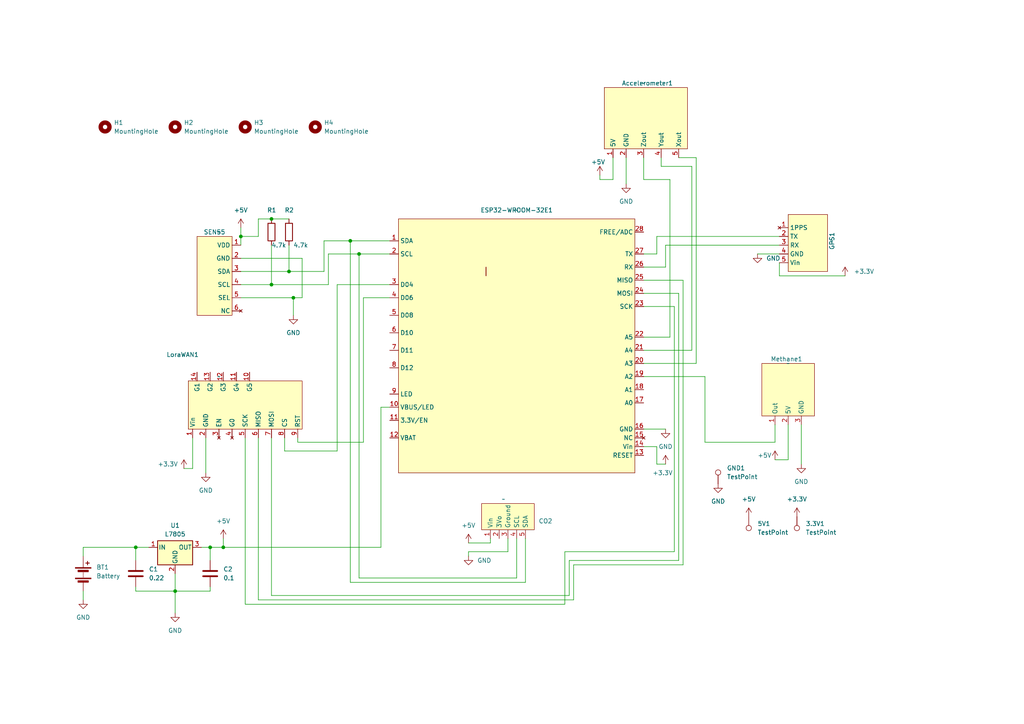
<source format=kicad_sch>
(kicad_sch (version 20230121) (generator eeschema)

  (uuid 7aefded4-b51d-417d-a9e8-a87f1079445b)

  (paper "A4")

  (lib_symbols
    (symbol "Connector:TestPoint" (pin_numbers hide) (pin_names (offset 0.762) hide) (in_bom yes) (on_board yes)
      (property "Reference" "TP" (at 0 6.858 0)
        (effects (font (size 1.27 1.27)))
      )
      (property "Value" "TestPoint" (at 0 5.08 0)
        (effects (font (size 1.27 1.27)))
      )
      (property "Footprint" "" (at 5.08 0 0)
        (effects (font (size 1.27 1.27)) hide)
      )
      (property "Datasheet" "~" (at 5.08 0 0)
        (effects (font (size 1.27 1.27)) hide)
      )
      (property "ki_keywords" "test point tp" (at 0 0 0)
        (effects (font (size 1.27 1.27)) hide)
      )
      (property "ki_description" "test point" (at 0 0 0)
        (effects (font (size 1.27 1.27)) hide)
      )
      (property "ki_fp_filters" "Pin* Test*" (at 0 0 0)
        (effects (font (size 1.27 1.27)) hide)
      )
      (symbol "TestPoint_0_1"
        (circle (center 0 3.302) (radius 0.762)
          (stroke (width 0) (type default))
          (fill (type none))
        )
      )
      (symbol "TestPoint_1_1"
        (pin passive line (at 0 0 90) (length 2.54)
          (name "1" (effects (font (size 1.27 1.27))))
          (number "1" (effects (font (size 1.27 1.27))))
        )
      )
    )
    (symbol "Device:Battery" (pin_numbers hide) (pin_names (offset 0) hide) (in_bom yes) (on_board yes)
      (property "Reference" "BT" (at 2.54 2.54 0)
        (effects (font (size 1.27 1.27)) (justify left))
      )
      (property "Value" "Battery" (at 2.54 0 0)
        (effects (font (size 1.27 1.27)) (justify left))
      )
      (property "Footprint" "" (at 0 1.524 90)
        (effects (font (size 1.27 1.27)) hide)
      )
      (property "Datasheet" "~" (at 0 1.524 90)
        (effects (font (size 1.27 1.27)) hide)
      )
      (property "ki_keywords" "batt voltage-source cell" (at 0 0 0)
        (effects (font (size 1.27 1.27)) hide)
      )
      (property "ki_description" "Multiple-cell battery" (at 0 0 0)
        (effects (font (size 1.27 1.27)) hide)
      )
      (symbol "Battery_0_1"
        (rectangle (start -2.286 -1.27) (end 2.286 -1.524)
          (stroke (width 0) (type default))
          (fill (type outline))
        )
        (rectangle (start -2.286 1.778) (end 2.286 1.524)
          (stroke (width 0) (type default))
          (fill (type outline))
        )
        (rectangle (start -1.524 -2.032) (end 1.524 -2.54)
          (stroke (width 0) (type default))
          (fill (type outline))
        )
        (rectangle (start -1.524 1.016) (end 1.524 0.508)
          (stroke (width 0) (type default))
          (fill (type outline))
        )
        (polyline
          (pts
            (xy 0 -1.016)
            (xy 0 -0.762)
          )
          (stroke (width 0) (type default))
          (fill (type none))
        )
        (polyline
          (pts
            (xy 0 -0.508)
            (xy 0 -0.254)
          )
          (stroke (width 0) (type default))
          (fill (type none))
        )
        (polyline
          (pts
            (xy 0 0)
            (xy 0 0.254)
          )
          (stroke (width 0) (type default))
          (fill (type none))
        )
        (polyline
          (pts
            (xy 0 1.778)
            (xy 0 2.54)
          )
          (stroke (width 0) (type default))
          (fill (type none))
        )
        (polyline
          (pts
            (xy 0.762 3.048)
            (xy 1.778 3.048)
          )
          (stroke (width 0.254) (type default))
          (fill (type none))
        )
        (polyline
          (pts
            (xy 1.27 3.556)
            (xy 1.27 2.54)
          )
          (stroke (width 0.254) (type default))
          (fill (type none))
        )
      )
      (symbol "Battery_1_1"
        (pin passive line (at 0 5.08 270) (length 2.54)
          (name "+" (effects (font (size 1.27 1.27))))
          (number "1" (effects (font (size 1.27 1.27))))
        )
        (pin passive line (at 0 -5.08 90) (length 2.54)
          (name "-" (effects (font (size 1.27 1.27))))
          (number "2" (effects (font (size 1.27 1.27))))
        )
      )
    )
    (symbol "Device:C" (pin_numbers hide) (pin_names (offset 0.254)) (in_bom yes) (on_board yes)
      (property "Reference" "C" (at 0.635 2.54 0)
        (effects (font (size 1.27 1.27)) (justify left))
      )
      (property "Value" "C" (at 0.635 -2.54 0)
        (effects (font (size 1.27 1.27)) (justify left))
      )
      (property "Footprint" "" (at 0.9652 -3.81 0)
        (effects (font (size 1.27 1.27)) hide)
      )
      (property "Datasheet" "~" (at 0 0 0)
        (effects (font (size 1.27 1.27)) hide)
      )
      (property "ki_keywords" "cap capacitor" (at 0 0 0)
        (effects (font (size 1.27 1.27)) hide)
      )
      (property "ki_description" "Unpolarized capacitor" (at 0 0 0)
        (effects (font (size 1.27 1.27)) hide)
      )
      (property "ki_fp_filters" "C_*" (at 0 0 0)
        (effects (font (size 1.27 1.27)) hide)
      )
      (symbol "C_0_1"
        (polyline
          (pts
            (xy -2.032 -0.762)
            (xy 2.032 -0.762)
          )
          (stroke (width 0.508) (type default))
          (fill (type none))
        )
        (polyline
          (pts
            (xy -2.032 0.762)
            (xy 2.032 0.762)
          )
          (stroke (width 0.508) (type default))
          (fill (type none))
        )
      )
      (symbol "C_1_1"
        (pin passive line (at 0 3.81 270) (length 2.794)
          (name "~" (effects (font (size 1.27 1.27))))
          (number "1" (effects (font (size 1.27 1.27))))
        )
        (pin passive line (at 0 -3.81 90) (length 2.794)
          (name "~" (effects (font (size 1.27 1.27))))
          (number "2" (effects (font (size 1.27 1.27))))
        )
      )
    )
    (symbol "Device:R" (pin_numbers hide) (pin_names (offset 0)) (in_bom yes) (on_board yes)
      (property "Reference" "R" (at 2.032 0 90)
        (effects (font (size 1.27 1.27)))
      )
      (property "Value" "R" (at 0 0 90)
        (effects (font (size 1.27 1.27)))
      )
      (property "Footprint" "" (at -1.778 0 90)
        (effects (font (size 1.27 1.27)) hide)
      )
      (property "Datasheet" "~" (at 0 0 0)
        (effects (font (size 1.27 1.27)) hide)
      )
      (property "ki_keywords" "R res resistor" (at 0 0 0)
        (effects (font (size 1.27 1.27)) hide)
      )
      (property "ki_description" "Resistor" (at 0 0 0)
        (effects (font (size 1.27 1.27)) hide)
      )
      (property "ki_fp_filters" "R_*" (at 0 0 0)
        (effects (font (size 1.27 1.27)) hide)
      )
      (symbol "R_0_1"
        (rectangle (start -1.016 -2.54) (end 1.016 2.54)
          (stroke (width 0.254) (type default))
          (fill (type none))
        )
      )
      (symbol "R_1_1"
        (pin passive line (at 0 3.81 270) (length 1.27)
          (name "~" (effects (font (size 1.27 1.27))))
          (number "1" (effects (font (size 1.27 1.27))))
        )
        (pin passive line (at 0 -3.81 90) (length 1.27)
          (name "~" (effects (font (size 1.27 1.27))))
          (number "2" (effects (font (size 1.27 1.27))))
        )
      )
    )
    (symbol "Mechanical:MountingHole" (pin_names (offset 1.016)) (in_bom yes) (on_board yes)
      (property "Reference" "H" (at 0 5.08 0)
        (effects (font (size 1.27 1.27)))
      )
      (property "Value" "MountingHole" (at 0 3.175 0)
        (effects (font (size 1.27 1.27)))
      )
      (property "Footprint" "" (at 0 0 0)
        (effects (font (size 1.27 1.27)) hide)
      )
      (property "Datasheet" "~" (at 0 0 0)
        (effects (font (size 1.27 1.27)) hide)
      )
      (property "ki_keywords" "mounting hole" (at 0 0 0)
        (effects (font (size 1.27 1.27)) hide)
      )
      (property "ki_description" "Mounting Hole without connection" (at 0 0 0)
        (effects (font (size 1.27 1.27)) hide)
      )
      (property "ki_fp_filters" "MountingHole*" (at 0 0 0)
        (effects (font (size 1.27 1.27)) hide)
      )
      (symbol "MountingHole_0_1"
        (circle (center 0 0) (radius 1.27)
          (stroke (width 1.27) (type default))
          (fill (type none))
        )
      )
    )
    (symbol "Methane:Methane_sensor" (in_bom yes) (on_board yes)
      (property "Reference" "Methane1" (at -5.08 1.27 0)
        (effects (font (size 1.27 1.27)) (justify left))
      )
      (property "Value" "~" (at 0 0 0)
        (effects (font (size 1.27 1.27)))
      )
      (property "Footprint" "my-sensors:Methane" (at 0 0 0)
        (effects (font (size 1.27 1.27)) hide)
      )
      (property "Datasheet" "https://image.dfrobot.com/image/data/SEN0129/MQ-4.pdf" (at 0 0 0)
        (effects (font (size 1.27 1.27)) hide)
      )
      (symbol "Methane_sensor_1_1"
        (rectangle (start -7.62 0) (end 7.62 -15.24)
          (stroke (width 0) (type default))
          (fill (type background))
        )
        (pin bidirectional line (at -3.81 -17.78 90) (length 2.54)
          (name "Out" (effects (font (size 1.27 1.27))))
          (number "1" (effects (font (size 1.27 1.27))))
        )
        (pin power_in line (at 0 -17.78 90) (length 2.54)
          (name "5V" (effects (font (size 1.27 1.27))))
          (number "2" (effects (font (size 1.27 1.27))))
        )
        (pin power_in line (at 3.81 -17.78 90) (length 2.54)
          (name "GND" (effects (font (size 1.27 1.27))))
          (number "3" (effects (font (size 1.27 1.27))))
        )
      )
    )
    (symbol "Regulator_Linear:L7805" (pin_names (offset 0.254)) (in_bom yes) (on_board yes)
      (property "Reference" "U" (at -3.81 3.175 0)
        (effects (font (size 1.27 1.27)))
      )
      (property "Value" "L7805" (at 0 3.175 0)
        (effects (font (size 1.27 1.27)) (justify left))
      )
      (property "Footprint" "" (at 0.635 -3.81 0)
        (effects (font (size 1.27 1.27) italic) (justify left) hide)
      )
      (property "Datasheet" "http://www.st.com/content/ccc/resource/technical/document/datasheet/41/4f/b3/b0/12/d4/47/88/CD00000444.pdf/files/CD00000444.pdf/jcr:content/translations/en.CD00000444.pdf" (at 0 -1.27 0)
        (effects (font (size 1.27 1.27)) hide)
      )
      (property "ki_keywords" "Voltage Regulator 1.5A Positive" (at 0 0 0)
        (effects (font (size 1.27 1.27)) hide)
      )
      (property "ki_description" "Positive 1.5A 35V Linear Regulator, Fixed Output 5V, TO-220/TO-263/TO-252" (at 0 0 0)
        (effects (font (size 1.27 1.27)) hide)
      )
      (property "ki_fp_filters" "TO?252* TO?263* TO?220*" (at 0 0 0)
        (effects (font (size 1.27 1.27)) hide)
      )
      (symbol "L7805_0_1"
        (rectangle (start -5.08 1.905) (end 5.08 -5.08)
          (stroke (width 0.254) (type default))
          (fill (type background))
        )
      )
      (symbol "L7805_1_1"
        (pin power_in line (at -7.62 0 0) (length 2.54)
          (name "IN" (effects (font (size 1.27 1.27))))
          (number "1" (effects (font (size 1.27 1.27))))
        )
        (pin power_in line (at 0 -7.62 90) (length 2.54)
          (name "GND" (effects (font (size 1.27 1.27))))
          (number "2" (effects (font (size 1.27 1.27))))
        )
        (pin power_out line (at 7.62 0 180) (length 2.54)
          (name "OUT" (effects (font (size 1.27 1.27))))
          (number "3" (effects (font (size 1.27 1.27))))
        )
      )
    )
    (symbol "Sensors:Accelerometer" (in_bom yes) (on_board yes)
      (property "Reference" "Accelerometer1" (at -6.35 0 0)
        (effects (font (size 1.27 1.27)) (justify left))
      )
      (property "Value" "~" (at 0 0 0)
        (effects (font (size 1.27 1.27)))
      )
      (property "Footprint" "Sensors:Accelerometer" (at 0 0 0)
        (effects (font (size 1.27 1.27)) hide)
      )
      (property "Datasheet" "" (at 0 0 0)
        (effects (font (size 1.27 1.27)) hide)
      )
      (symbol "Accelerometer_1_1"
        (rectangle (start -11.43 -1.27) (end 12.7 -19.05)
          (stroke (width 0) (type default))
          (fill (type background))
        )
        (pin power_in line (at -8.89 -21.59 90) (length 2.54)
          (name "5V" (effects (font (size 1.27 1.27))))
          (number "1" (effects (font (size 1.27 1.27))))
        )
        (pin power_in line (at -5.08 -21.59 90) (length 2.54)
          (name "GND" (effects (font (size 1.27 1.27))))
          (number "2" (effects (font (size 1.27 1.27))))
        )
        (pin output line (at 0 -21.59 90) (length 2.54)
          (name "Zout" (effects (font (size 1.27 1.27))))
          (number "3" (effects (font (size 1.27 1.27))))
        )
        (pin output line (at 5.08 -21.59 90) (length 2.54)
          (name "Yout" (effects (font (size 1.27 1.27))))
          (number "4" (effects (font (size 1.27 1.27))))
        )
        (pin output line (at 10.16 -21.59 90) (length 2.54)
          (name "Xout" (effects (font (size 1.27 1.27))))
          (number "5" (effects (font (size 1.27 1.27))))
        )
      )
    )
    (symbol "Sensors:CO2_v2" (in_bom yes) (on_board yes)
      (property "Reference" "CO2" (at 10.16 -6.35 0)
        (effects (font (size 1.27 1.27)) (justify left))
      )
      (property "Value" "~" (at 0 0 0)
        (effects (font (size 1.27 1.27)))
      )
      (property "Footprint" "" (at 0 0 0)
        (effects (font (size 1.27 1.27)) hide)
      )
      (property "Datasheet" "" (at 0 0 0)
        (effects (font (size 1.27 1.27)) hide)
      )
      (symbol "CO2_v2_1_1"
        (rectangle (start -6.35 -1.27) (end 8.89 -8.89)
          (stroke (width 0) (type default))
          (fill (type background))
        )
        (pin power_in line (at -3.81 -11.43 90) (length 2.54)
          (name "Vin" (effects (font (size 1.27 1.27))))
          (number "1" (effects (font (size 1.27 1.27))))
        )
        (pin power_out line (at -1.27 -11.43 90) (length 2.54)
          (name "3Vo" (effects (font (size 1.27 1.27))))
          (number "2" (effects (font (size 1.27 1.27))))
        )
        (pin input line (at 1.27 -11.43 90) (length 2.54)
          (name "Ground" (effects (font (size 1.27 1.27))))
          (number "3" (effects (font (size 1.27 1.27))))
        )
        (pin bidirectional line (at 3.81 -11.43 90) (length 2.54)
          (name "SCL" (effects (font (size 1.27 1.27))))
          (number "4" (effects (font (size 1.27 1.27))))
        )
        (pin bidirectional line (at 6.35 -11.43 90) (length 2.54)
          (name "SDA" (effects (font (size 1.27 1.27))))
          (number "5" (effects (font (size 1.27 1.27))))
        )
      )
    )
    (symbol "Sensors:ESP32" (in_bom yes) (on_board yes)
      (property "Reference" "ESP32-WROOM-32E1" (at 0 0 0)
        (effects (font (size 1.27 1.27)))
      )
      (property "Value" "~" (at 0 0 0)
        (effects (font (size 1.27 1.27)))
      )
      (property "Footprint" "my-sensors:ESP32" (at 0 0 0)
        (effects (font (size 1.27 1.27)) hide)
      )
      (property "Datasheet" "https://cdn.sparkfun.com/assets/4/3/1/7/6/esp32-wroom-32e_esp32-wroom-32ue_datasheet_en_v1-6.pdf?_gl=1*16ze11g*_ga*MTYyMjc1MTQzMC4xNzA2NDYwMTkx*_ga_T369JS7J9N*MTcwODg5MTMzNS45LjAuMTcwODg5MTMzNS42MC4wLjA." (at 0 0 0)
        (effects (font (size 1.27 1.27)) hide)
      )
      (symbol "ESP32_1_1"
        (rectangle (start -34.29 -2.54) (end 34.29 -76.2)
          (stroke (width 0) (type default))
          (fill (type background))
        )
        (pin bidirectional line (at -36.83 -8.89 0) (length 2.54)
          (name "SDA" (effects (font (size 1.27 1.27))))
          (number "1" (effects (font (size 1.27 1.27))))
        )
        (pin power_in line (at -36.83 -57.15 0) (length 2.54)
          (name "VBUS/LED" (effects (font (size 1.27 1.27))))
          (number "10" (effects (font (size 1.27 1.27))))
        )
        (pin power_in line (at -36.83 -60.96 0) (length 2.54)
          (name "3.3V/EN" (effects (font (size 1.27 1.27))))
          (number "11" (effects (font (size 1.27 1.27))))
        )
        (pin power_in line (at -36.83 -66.04 0) (length 2.54)
          (name "VBAT" (effects (font (size 1.27 1.27))))
          (number "12" (effects (font (size 1.27 1.27))))
        )
        (pin unspecified line (at 36.83 -71.12 180) (length 2.54)
          (name "RESET" (effects (font (size 1.27 1.27))))
          (number "13" (effects (font (size 1.27 1.27))))
        )
        (pin input line (at 36.83 -68.58 180) (length 2.54)
          (name "Vin" (effects (font (size 1.27 1.27))))
          (number "14" (effects (font (size 1.27 1.27))))
        )
        (pin no_connect line (at 36.83 -66.04 180) (length 2.54)
          (name "NC" (effects (font (size 1.27 1.27))))
          (number "15" (effects (font (size 1.27 1.27))))
        )
        (pin input line (at 36.83 -63.5 180) (length 2.54)
          (name "GND" (effects (font (size 1.27 1.27))))
          (number "16" (effects (font (size 1.27 1.27))))
        )
        (pin bidirectional line (at 36.83 -55.88 180) (length 2.54)
          (name "A0" (effects (font (size 1.27 1.27))))
          (number "17" (effects (font (size 1.27 1.27))))
        )
        (pin bidirectional line (at 36.83 -52.07 180) (length 2.54)
          (name "A1" (effects (font (size 1.27 1.27))))
          (number "18" (effects (font (size 1.27 1.27))))
        )
        (pin bidirectional line (at 36.83 -48.26 180) (length 2.54)
          (name "A2" (effects (font (size 1.27 1.27))))
          (number "19" (effects (font (size 1.27 1.27))))
        )
        (pin bidirectional line (at -36.83 -12.7 0) (length 2.54)
          (name "SCL" (effects (font (size 1.27 1.27))))
          (number "2" (effects (font (size 1.27 1.27))))
        )
        (pin bidirectional line (at 36.83 -44.45 180) (length 2.54)
          (name "A3" (effects (font (size 1.27 1.27))))
          (number "20" (effects (font (size 1.27 1.27))))
        )
        (pin bidirectional line (at 36.83 -40.64 180) (length 2.54)
          (name "A4" (effects (font (size 1.27 1.27))))
          (number "21" (effects (font (size 1.27 1.27))))
        )
        (pin bidirectional line (at 36.83 -36.83 180) (length 2.54)
          (name "A5" (effects (font (size 1.27 1.27))))
          (number "22" (effects (font (size 1.27 1.27))))
        )
        (pin bidirectional line (at 36.83 -27.94 180) (length 2.54)
          (name "SCK" (effects (font (size 1.27 1.27))))
          (number "23" (effects (font (size 1.27 1.27))))
        )
        (pin bidirectional line (at 36.83 -24.13 180) (length 2.54)
          (name "MOSI" (effects (font (size 1.27 1.27))))
          (number "24" (effects (font (size 1.27 1.27))))
        )
        (pin bidirectional line (at 36.83 -20.32 180) (length 2.54)
          (name "MISO" (effects (font (size 1.27 1.27))))
          (number "25" (effects (font (size 1.27 1.27))))
        )
        (pin input line (at 36.83 -16.51 180) (length 2.54)
          (name "RX" (effects (font (size 1.27 1.27))))
          (number "26" (effects (font (size 1.27 1.27))))
        )
        (pin output line (at 36.83 -12.7 180) (length 2.54)
          (name "TX" (effects (font (size 1.27 1.27))))
          (number "27" (effects (font (size 1.27 1.27))))
        )
        (pin input line (at 36.83 -6.35 180) (length 2.54)
          (name "FREE/ADC" (effects (font (size 1.27 1.27))))
          (number "28" (effects (font (size 1.27 1.27))))
        )
        (pin input line (at -36.83 -21.59 0) (length 2.54)
          (name "D04" (effects (font (size 1.27 1.27))))
          (number "3" (effects (font (size 1.27 1.27))))
        )
        (pin input line (at -36.83 -25.4 0) (length 2.54)
          (name "D06" (effects (font (size 1.27 1.27))))
          (number "4" (effects (font (size 1.27 1.27))))
        )
        (pin input line (at -36.83 -30.48 0) (length 2.54)
          (name "D08" (effects (font (size 1.27 1.27))))
          (number "5" (effects (font (size 1.27 1.27))))
        )
        (pin input line (at -36.83 -35.56 0) (length 2.54)
          (name "D10" (effects (font (size 1.27 1.27))))
          (number "6" (effects (font (size 1.27 1.27))))
        )
        (pin input line (at -36.83 -40.64 0) (length 2.54)
          (name "D11" (effects (font (size 1.27 1.27))))
          (number "7" (effects (font (size 1.27 1.27))))
        )
        (pin input line (at -36.83 -45.72 0) (length 2.54)
          (name "D12" (effects (font (size 1.27 1.27))))
          (number "8" (effects (font (size 1.27 1.27))))
        )
        (pin bidirectional line (at -36.83 -53.34 0) (length 2.54)
          (name "LED" (effects (font (size 1.27 1.27))))
          (number "9" (effects (font (size 1.27 1.27))))
        )
      )
    )
    (symbol "Sensors:GPS" (in_bom yes) (on_board yes)
      (property "Reference" "GPS1" (at -2.54 0 0)
        (effects (font (size 1.27 1.27)) (justify left))
      )
      (property "Value" "~" (at 0 0 0)
        (effects (font (size 1.27 1.27)))
      )
      (property "Footprint" "my-sensors:GPS" (at 0 0 0)
        (effects (font (size 1.27 1.27)) hide)
      )
      (property "Datasheet" "" (at 0 0 0)
        (effects (font (size 1.27 1.27)) hide)
      )
      (symbol "GPS_1_1"
        (rectangle (start -7.62 -1.27) (end 8.89 -12.7)
          (stroke (width 0) (type default))
          (fill (type background))
        )
        (pin no_connect line (at -3.81 -15.24 90) (length 2.54)
          (name "1PPS" (effects (font (size 1.27 1.27))))
          (number "1" (effects (font (size 1.27 1.27))))
        )
        (pin output line (at -1.27 -15.24 90) (length 2.54)
          (name "TX" (effects (font (size 1.27 1.27))))
          (number "2" (effects (font (size 1.27 1.27))))
        )
        (pin input line (at 1.27 -15.24 90) (length 2.54)
          (name "RX" (effects (font (size 1.27 1.27))))
          (number "3" (effects (font (size 1.27 1.27))))
        )
        (pin input line (at 3.81 -15.24 90) (length 2.54)
          (name "GND" (effects (font (size 1.27 1.27))))
          (number "4" (effects (font (size 1.27 1.27))))
        )
        (pin power_in line (at 6.35 -15.24 90) (length 2.54)
          (name "Vin" (effects (font (size 1.27 1.27))))
          (number "5" (effects (font (size 1.27 1.27))))
        )
      )
    )
    (symbol "Sensors:LoraWAN" (in_bom yes) (on_board yes)
      (property "Reference" "LoraWAN1" (at -15.24 6.35 0)
        (effects (font (size 1.27 1.27)) (justify left))
      )
      (property "Value" "~" (at 0 0 0)
        (effects (font (size 1.27 1.27)))
      )
      (property "Footprint" "my-sensors:LoraWAN" (at -5.08 8.89 0)
        (effects (font (size 1.27 1.27)) hide)
      )
      (property "Datasheet" "https://cdn-learn.adafruit.com/downloads/pdf/adafruit-rfm69hcw-and-rfm96-rfm95-rfm98-lora-packet-padio-breakouts.pdf" (at 1.27 11.43 0)
        (effects (font (size 1.27 1.27)) hide)
      )
      (symbol "LoraWAN_1_1"
        (rectangle (start -8.89 -1.27) (end 24.13 -15.24)
          (stroke (width 0) (type default))
          (fill (type background))
        )
        (pin input line (at 77.47 31.75 270) (length 2.54)
          (name "" (effects (font (size 1.27 1.27))))
          (number "" (effects (font (size 1.27 1.27))))
        )
        (pin power_in line (at -7.62 -17.78 90) (length 2.54)
          (name "Vin" (effects (font (size 1.27 1.27))))
          (number "1" (effects (font (size 1.27 1.27))))
        )
        (pin input line (at 8.89 1.27 270) (length 2.54)
          (name "G5" (effects (font (size 1.27 1.27))))
          (number "10" (effects (font (size 1.27 1.27))))
        )
        (pin input line (at 5.08 1.27 270) (length 2.54)
          (name "G4" (effects (font (size 1.27 1.27))))
          (number "11" (effects (font (size 1.27 1.27))))
        )
        (pin input line (at 1.27 1.27 270) (length 2.54)
          (name "G3" (effects (font (size 1.27 1.27))))
          (number "12" (effects (font (size 1.27 1.27))))
        )
        (pin input line (at -2.54 1.27 270) (length 2.54)
          (name "G2" (effects (font (size 1.27 1.27))))
          (number "13" (effects (font (size 1.27 1.27))))
        )
        (pin input line (at -6.35 1.27 270) (length 2.54)
          (name "G1" (effects (font (size 1.27 1.27))))
          (number "14" (effects (font (size 1.27 1.27))))
        )
        (pin input line (at -3.81 -17.78 90) (length 2.54)
          (name "GND" (effects (font (size 1.27 1.27))))
          (number "2" (effects (font (size 1.27 1.27))))
        )
        (pin no_connect line (at 0 -17.78 90) (length 2.54)
          (name "EN" (effects (font (size 1.27 1.27))))
          (number "3" (effects (font (size 1.27 1.27))))
        )
        (pin no_connect line (at 3.81 -17.78 90) (length 2.54)
          (name "G0" (effects (font (size 1.27 1.27))))
          (number "4" (effects (font (size 1.27 1.27))))
        )
        (pin input line (at 7.62 -17.78 90) (length 2.54)
          (name "SCK" (effects (font (size 1.27 1.27))))
          (number "5" (effects (font (size 1.27 1.27))))
        )
        (pin input line (at 11.43 -17.78 90) (length 2.54)
          (name "MISO" (effects (font (size 1.27 1.27))))
          (number "6" (effects (font (size 1.27 1.27))))
        )
        (pin input line (at 15.24 -17.78 90) (length 2.54)
          (name "MOSI" (effects (font (size 1.27 1.27))))
          (number "7" (effects (font (size 1.27 1.27))))
        )
        (pin input line (at 19.05 -17.78 90) (length 2.54)
          (name "CS" (effects (font (size 1.27 1.27))))
          (number "8" (effects (font (size 1.27 1.27))))
        )
        (pin input line (at 22.86 -17.78 90) (length 2.54)
          (name "RST" (effects (font (size 1.27 1.27))))
          (number "9" (effects (font (size 1.27 1.27))))
        )
      )
    )
    (symbol "Sensors:SEN55" (in_bom yes) (on_board yes)
      (property "Reference" "SEN55" (at 1.27 0 0)
        (effects (font (size 1.27 1.27)))
      )
      (property "Value" "~" (at 0 0 0)
        (effects (font (size 1.27 1.27)))
      )
      (property "Footprint" "" (at 0 0 0)
        (effects (font (size 1.27 1.27)) hide)
      )
      (property "Datasheet" "" (at 0 0 0)
        (effects (font (size 1.27 1.27)) hide)
      )
      (symbol "SEN55_1_1"
        (rectangle (start -3.81 -1.27) (end 6.35 -24.13)
          (stroke (width 0) (type default))
          (fill (type background))
        )
        (pin power_in line (at -6.35 -3.81 0) (length 2.54)
          (name "VDD" (effects (font (size 1.27 1.27))))
          (number "1" (effects (font (size 1.27 1.27))))
        )
        (pin input line (at -6.35 -7.62 0) (length 2.54)
          (name "GND" (effects (font (size 1.27 1.27))))
          (number "2" (effects (font (size 1.27 1.27))))
        )
        (pin input line (at -6.35 -11.43 0) (length 2.54)
          (name "SDA" (effects (font (size 1.27 1.27))))
          (number "3" (effects (font (size 1.27 1.27))))
        )
        (pin input line (at -6.35 -15.24 0) (length 2.54)
          (name "SCL" (effects (font (size 1.27 1.27))))
          (number "4" (effects (font (size 1.27 1.27))))
        )
        (pin input line (at -6.35 -19.05 0) (length 2.54)
          (name "SEL" (effects (font (size 1.27 1.27))))
          (number "5" (effects (font (size 1.27 1.27))))
        )
        (pin no_connect line (at -6.35 -22.86 0) (length 2.54)
          (name "NC" (effects (font (size 1.27 1.27))))
          (number "6" (effects (font (size 1.27 1.27))))
        )
      )
    )
    (symbol "power:+3.3V" (power) (pin_names (offset 0)) (in_bom yes) (on_board yes)
      (property "Reference" "#PWR" (at 0 -3.81 0)
        (effects (font (size 1.27 1.27)) hide)
      )
      (property "Value" "+3.3V" (at 0 3.556 0)
        (effects (font (size 1.27 1.27)))
      )
      (property "Footprint" "" (at 0 0 0)
        (effects (font (size 1.27 1.27)) hide)
      )
      (property "Datasheet" "" (at 0 0 0)
        (effects (font (size 1.27 1.27)) hide)
      )
      (property "ki_keywords" "global power" (at 0 0 0)
        (effects (font (size 1.27 1.27)) hide)
      )
      (property "ki_description" "Power symbol creates a global label with name \"+3.3V\"" (at 0 0 0)
        (effects (font (size 1.27 1.27)) hide)
      )
      (symbol "+3.3V_0_1"
        (polyline
          (pts
            (xy -0.762 1.27)
            (xy 0 2.54)
          )
          (stroke (width 0) (type default))
          (fill (type none))
        )
        (polyline
          (pts
            (xy 0 0)
            (xy 0 2.54)
          )
          (stroke (width 0) (type default))
          (fill (type none))
        )
        (polyline
          (pts
            (xy 0 2.54)
            (xy 0.762 1.27)
          )
          (stroke (width 0) (type default))
          (fill (type none))
        )
      )
      (symbol "+3.3V_1_1"
        (pin power_in line (at 0 0 90) (length 0) hide
          (name "+3.3V" (effects (font (size 1.27 1.27))))
          (number "1" (effects (font (size 1.27 1.27))))
        )
      )
    )
    (symbol "power:+5V" (power) (pin_names (offset 0)) (in_bom yes) (on_board yes)
      (property "Reference" "#PWR" (at 0 -3.81 0)
        (effects (font (size 1.27 1.27)) hide)
      )
      (property "Value" "+5V" (at 0 3.556 0)
        (effects (font (size 1.27 1.27)))
      )
      (property "Footprint" "" (at 0 0 0)
        (effects (font (size 1.27 1.27)) hide)
      )
      (property "Datasheet" "" (at 0 0 0)
        (effects (font (size 1.27 1.27)) hide)
      )
      (property "ki_keywords" "global power" (at 0 0 0)
        (effects (font (size 1.27 1.27)) hide)
      )
      (property "ki_description" "Power symbol creates a global label with name \"+5V\"" (at 0 0 0)
        (effects (font (size 1.27 1.27)) hide)
      )
      (symbol "+5V_0_1"
        (polyline
          (pts
            (xy -0.762 1.27)
            (xy 0 2.54)
          )
          (stroke (width 0) (type default))
          (fill (type none))
        )
        (polyline
          (pts
            (xy 0 0)
            (xy 0 2.54)
          )
          (stroke (width 0) (type default))
          (fill (type none))
        )
        (polyline
          (pts
            (xy 0 2.54)
            (xy 0.762 1.27)
          )
          (stroke (width 0) (type default))
          (fill (type none))
        )
      )
      (symbol "+5V_1_1"
        (pin power_in line (at 0 0 90) (length 0) hide
          (name "+5V" (effects (font (size 1.27 1.27))))
          (number "1" (effects (font (size 1.27 1.27))))
        )
      )
    )
    (symbol "power:GND" (power) (pin_names (offset 0)) (in_bom yes) (on_board yes)
      (property "Reference" "#PWR" (at 0 -6.35 0)
        (effects (font (size 1.27 1.27)) hide)
      )
      (property "Value" "GND" (at 0 -3.81 0)
        (effects (font (size 1.27 1.27)))
      )
      (property "Footprint" "" (at 0 0 0)
        (effects (font (size 1.27 1.27)) hide)
      )
      (property "Datasheet" "" (at 0 0 0)
        (effects (font (size 1.27 1.27)) hide)
      )
      (property "ki_keywords" "global power" (at 0 0 0)
        (effects (font (size 1.27 1.27)) hide)
      )
      (property "ki_description" "Power symbol creates a global label with name \"GND\" , ground" (at 0 0 0)
        (effects (font (size 1.27 1.27)) hide)
      )
      (symbol "GND_0_1"
        (polyline
          (pts
            (xy 0 0)
            (xy 0 -1.27)
            (xy 1.27 -1.27)
            (xy 0 -2.54)
            (xy -1.27 -1.27)
            (xy 0 -1.27)
          )
          (stroke (width 0) (type default))
          (fill (type none))
        )
      )
      (symbol "GND_1_1"
        (pin power_in line (at 0 0 270) (length 0) hide
          (name "GND" (effects (font (size 1.27 1.27))))
          (number "1" (effects (font (size 1.27 1.27))))
        )
      )
    )
  )

  (junction (at 39.37 158.75) (diameter 0) (color 0 0 0 0)
    (uuid 03844d45-b7ac-467f-9c36-9ee189df352f)
  )
  (junction (at 101.6 69.85) (diameter 0) (color 0 0 0 0)
    (uuid 0b72fe3e-5a1c-474b-8c6f-34b0afaea697)
  )
  (junction (at 78.74 82.55) (diameter 0) (color 0 0 0 0)
    (uuid 1809997b-dd61-44ef-9a96-7c5dab96d11f)
  )
  (junction (at 104.14 73.66) (diameter 0) (color 0 0 0 0)
    (uuid 2f025602-946b-409d-970f-c8909ab87842)
  )
  (junction (at 83.82 78.74) (diameter 0) (color 0 0 0 0)
    (uuid 449cd7d5-e154-4e6b-a865-af98352e1c21)
  )
  (junction (at 50.8 171.45) (diameter 0) (color 0 0 0 0)
    (uuid 7ae52d7b-8cd1-4ea7-b50f-fdf31931d1ef)
  )
  (junction (at 85.09 86.36) (diameter 0) (color 0 0 0 0)
    (uuid ae700993-72e0-41f3-98e0-2f919af83f6c)
  )
  (junction (at 78.74 63.5) (diameter 0) (color 0 0 0 0)
    (uuid b375e527-b606-4327-9606-948a34e9001a)
  )
  (junction (at 64.77 158.75) (diameter 0) (color 0 0 0 0)
    (uuid c2f81fc1-83aa-41f4-bc4c-ba46078c3a8c)
  )
  (junction (at 69.85 68.58) (diameter 0) (color 0 0 0 0)
    (uuid dd4f414b-9377-43b1-ade1-d7dc53e28148)
  )
  (junction (at 60.96 158.75) (diameter 0) (color 0 0 0 0)
    (uuid f8edf388-f07a-407b-b9c5-387e0b30aced)
  )

  (wire (pts (xy 200.66 48.26) (xy 200.66 101.6))
    (stroke (width 0) (type default))
    (uuid 0289f401-d2ac-47a7-8ccd-da2cb3017166)
  )
  (wire (pts (xy 194.31 97.79) (xy 186.69 97.79))
    (stroke (width 0) (type default))
    (uuid 06dca34a-25c6-43ee-ac07-8a659e17a740)
  )
  (wire (pts (xy 165.1 172.72) (xy 78.74 172.72))
    (stroke (width 0) (type default))
    (uuid 089ed1bb-b7b9-42b5-a64f-d036d91fa034)
  )
  (wire (pts (xy 228.6 133.35) (xy 228.6 123.19))
    (stroke (width 0) (type default))
    (uuid 0969c591-2808-4ad6-9955-1d0fd63930cb)
  )
  (wire (pts (xy 186.69 129.54) (xy 190.5 129.54))
    (stroke (width 0) (type default))
    (uuid 0b67e8d5-7bbe-4b50-917d-a625081a3543)
  )
  (wire (pts (xy 69.85 68.58) (xy 69.85 71.12))
    (stroke (width 0) (type default))
    (uuid 0ba318b2-b5d2-49d3-84ed-1aaa37ac9fb3)
  )
  (wire (pts (xy 194.31 52.07) (xy 194.31 97.79))
    (stroke (width 0) (type default))
    (uuid 0f10e42a-cc47-4c51-9666-6e291b7c75df)
  )
  (wire (pts (xy 166.37 163.83) (xy 166.37 173.99))
    (stroke (width 0) (type default))
    (uuid 10d0268d-adb1-4b12-8d95-e22e45d53284)
  )
  (wire (pts (xy 87.63 86.36) (xy 85.09 86.36))
    (stroke (width 0) (type default))
    (uuid 1732ef4b-3ae3-47a6-b941-9eddae16b796)
  )
  (wire (pts (xy 186.69 81.28) (xy 198.12 81.28))
    (stroke (width 0) (type default))
    (uuid 18cde1ee-5d41-49b2-b014-26a166db1791)
  )
  (wire (pts (xy 24.13 158.75) (xy 24.13 161.29))
    (stroke (width 0) (type default))
    (uuid 18fafa90-3453-4f23-97c8-51e82e9df8f5)
  )
  (wire (pts (xy 142.24 157.48) (xy 142.24 156.21))
    (stroke (width 0) (type default))
    (uuid 239bde12-0a30-4407-93b9-d345f52d8d9d)
  )
  (wire (pts (xy 39.37 171.45) (xy 50.8 171.45))
    (stroke (width 0) (type default))
    (uuid 273a3b10-feaf-42a6-9f21-1619b48908e8)
  )
  (wire (pts (xy 204.47 128.27) (xy 204.47 109.22))
    (stroke (width 0) (type default))
    (uuid 2a2926c8-0208-4821-8090-8cd1a2f67515)
  )
  (wire (pts (xy 50.8 166.37) (xy 50.8 171.45))
    (stroke (width 0) (type default))
    (uuid 2d016ad5-7da7-40bb-88fe-0ae554d13fd0)
  )
  (wire (pts (xy 201.93 45.72) (xy 196.85 45.72))
    (stroke (width 0) (type default))
    (uuid 2dcc0ae3-8005-4945-8382-5447e5baaae3)
  )
  (wire (pts (xy 135.89 157.48) (xy 142.24 157.48))
    (stroke (width 0) (type default))
    (uuid 2e1d90c7-95ba-4259-a8c2-65686e4eb17f)
  )
  (wire (pts (xy 224.79 123.19) (xy 224.79 128.27))
    (stroke (width 0) (type default))
    (uuid 310dc0b1-fdb5-408b-9767-a0bcaa4c57ba)
  )
  (wire (pts (xy 82.55 130.81) (xy 82.55 127))
    (stroke (width 0) (type default))
    (uuid 329180bf-a909-4a68-a31e-7abaab741082)
  )
  (wire (pts (xy 86.36 127) (xy 86.36 128.27))
    (stroke (width 0) (type default))
    (uuid 345e6c45-9b10-4ad9-b3c8-70e1d383b747)
  )
  (wire (pts (xy 173.99 52.07) (xy 177.8 52.07))
    (stroke (width 0) (type default))
    (uuid 35a9fab5-045d-44a8-8787-649418cecafb)
  )
  (wire (pts (xy 71.12 175.26) (xy 71.12 127))
    (stroke (width 0) (type default))
    (uuid 370b9273-0902-450a-8472-f62e12aeae1d)
  )
  (wire (pts (xy 85.09 86.36) (xy 85.09 91.44))
    (stroke (width 0) (type default))
    (uuid 37e35430-3e54-43cd-b651-53173a1ac1c3)
  )
  (wire (pts (xy 186.69 124.46) (xy 193.04 124.46))
    (stroke (width 0) (type default))
    (uuid 3b8a2f4b-40c3-4d02-9a4a-f8c09a379de6)
  )
  (wire (pts (xy 83.82 71.12) (xy 83.82 78.74))
    (stroke (width 0) (type default))
    (uuid 3bccc0f2-e0b4-43ed-925b-7369f8c03083)
  )
  (wire (pts (xy 69.85 78.74) (xy 83.82 78.74))
    (stroke (width 0) (type default))
    (uuid 3e09efae-6ec2-4772-ba42-1d56c4c50461)
  )
  (wire (pts (xy 198.12 163.83) (xy 166.37 163.83))
    (stroke (width 0) (type default))
    (uuid 3ef79437-d1fb-4c4c-a0fd-c62ce48e2f66)
  )
  (wire (pts (xy 69.85 82.55) (xy 78.74 82.55))
    (stroke (width 0) (type default))
    (uuid 406edabe-d381-40d8-93f5-5db9399a6dec)
  )
  (wire (pts (xy 24.13 158.75) (xy 39.37 158.75))
    (stroke (width 0) (type default))
    (uuid 40843763-b761-4fef-b28d-a4c9303627f0)
  )
  (wire (pts (xy 105.41 86.36) (xy 105.41 128.27))
    (stroke (width 0) (type default))
    (uuid 44274941-bb3c-4b89-9835-f82f2c600e8b)
  )
  (wire (pts (xy 74.93 63.5) (xy 78.74 63.5))
    (stroke (width 0) (type default))
    (uuid 464f8335-8d2d-46e5-a0a2-7c191231c8e5)
  )
  (wire (pts (xy 190.5 129.54) (xy 190.5 134.62))
    (stroke (width 0) (type default))
    (uuid 492fb16d-b1bc-4aab-8d91-d660484aacfa)
  )
  (wire (pts (xy 39.37 158.75) (xy 39.37 162.56))
    (stroke (width 0) (type default))
    (uuid 49d78c4b-06c9-4589-8905-ba56d98c6721)
  )
  (wire (pts (xy 74.93 173.99) (xy 74.93 127))
    (stroke (width 0) (type default))
    (uuid 49f43178-6c83-41e4-86a0-e54880323e31)
  )
  (wire (pts (xy 191.77 45.72) (xy 191.77 48.26))
    (stroke (width 0) (type default))
    (uuid 518be879-3103-4342-937d-ac58b68a5441)
  )
  (wire (pts (xy 78.74 71.12) (xy 78.74 82.55))
    (stroke (width 0) (type default))
    (uuid 561a5689-97ce-4a80-ba09-836ac99c1690)
  )
  (wire (pts (xy 149.86 156.21) (xy 149.86 167.64))
    (stroke (width 0) (type default))
    (uuid 56cad991-c1c9-42c1-9b56-bffa95de6feb)
  )
  (wire (pts (xy 147.32 160.02) (xy 147.32 156.21))
    (stroke (width 0) (type default))
    (uuid 58150016-d84f-4104-bb16-bca89d4090f7)
  )
  (wire (pts (xy 95.25 73.66) (xy 104.14 73.66))
    (stroke (width 0) (type default))
    (uuid 590a7c14-4537-48e8-9ec3-663e33c4af21)
  )
  (wire (pts (xy 165.1 162.56) (xy 165.1 172.72))
    (stroke (width 0) (type default))
    (uuid 5a986044-1ae6-4597-968a-904f7a21c805)
  )
  (wire (pts (xy 50.8 171.45) (xy 60.96 171.45))
    (stroke (width 0) (type default))
    (uuid 5b6ff95c-19ea-41a9-b120-488ac5a85806)
  )
  (wire (pts (xy 193.04 71.12) (xy 193.04 77.47))
    (stroke (width 0) (type default))
    (uuid 5b7846af-7deb-409a-ac1f-7226bd3dc791)
  )
  (wire (pts (xy 113.03 118.11) (xy 110.49 118.11))
    (stroke (width 0) (type default))
    (uuid 5d08f2fb-e260-4b25-a6a3-901cbdb40c76)
  )
  (wire (pts (xy 83.82 78.74) (xy 93.98 78.74))
    (stroke (width 0) (type default))
    (uuid 5e11a683-8095-4aa7-a811-1cbb1edc1a68)
  )
  (wire (pts (xy 101.6 168.91) (xy 152.4 168.91))
    (stroke (width 0) (type default))
    (uuid 630370ec-81c8-45d3-b6c3-5eba7b293d23)
  )
  (wire (pts (xy 135.89 160.02) (xy 147.32 160.02))
    (stroke (width 0) (type default))
    (uuid 633addf9-370a-4c59-ae8d-0601dc5e9873)
  )
  (wire (pts (xy 113.03 82.55) (xy 97.79 82.55))
    (stroke (width 0) (type default))
    (uuid 6470ce43-9215-4c6c-a579-baba431177d8)
  )
  (wire (pts (xy 60.96 162.56) (xy 60.96 158.75))
    (stroke (width 0) (type default))
    (uuid 66885b41-d377-4dbd-9f5b-59e2e7c38ceb)
  )
  (wire (pts (xy 195.58 88.9) (xy 195.58 160.02))
    (stroke (width 0) (type default))
    (uuid 69563b1a-f384-4175-925c-4d39a2d7e6fc)
  )
  (wire (pts (xy 113.03 86.36) (xy 105.41 86.36))
    (stroke (width 0) (type default))
    (uuid 6a0197a2-1e05-4ba6-b334-7f6b72a78277)
  )
  (wire (pts (xy 166.37 173.99) (xy 74.93 173.99))
    (stroke (width 0) (type default))
    (uuid 6a950619-e676-4734-920a-de1765925dca)
  )
  (wire (pts (xy 64.77 156.21) (xy 64.77 158.75))
    (stroke (width 0) (type default))
    (uuid 6af869e8-f417-4ca5-8a69-5ea4be1bd201)
  )
  (wire (pts (xy 95.25 82.55) (xy 95.25 73.66))
    (stroke (width 0) (type default))
    (uuid 6c31fc87-6e86-4068-8987-c7e5f600486b)
  )
  (wire (pts (xy 69.85 66.04) (xy 69.85 68.58))
    (stroke (width 0) (type default))
    (uuid 6d867b16-8637-45e0-a7a2-b7753191a671)
  )
  (wire (pts (xy 60.96 171.45) (xy 60.96 170.18))
    (stroke (width 0) (type default))
    (uuid 70c4878c-99a7-416b-8ee7-3cd2e025ccaa)
  )
  (wire (pts (xy 78.74 172.72) (xy 78.74 127))
    (stroke (width 0) (type default))
    (uuid 744d0757-588f-4a2a-ae74-dad5de8c6801)
  )
  (wire (pts (xy 224.79 133.35) (xy 228.6 133.35))
    (stroke (width 0) (type default))
    (uuid 76ecb9bb-5be6-4a6a-9263-8878ce62deb0)
  )
  (wire (pts (xy 60.96 158.75) (xy 64.77 158.75))
    (stroke (width 0) (type default))
    (uuid 7754897b-6d41-421b-a2a0-bc672327756f)
  )
  (wire (pts (xy 69.85 86.36) (xy 85.09 86.36))
    (stroke (width 0) (type default))
    (uuid 79a9c367-1de5-4075-8759-6d3113399715)
  )
  (wire (pts (xy 181.61 45.72) (xy 181.61 53.34))
    (stroke (width 0) (type default))
    (uuid 79c8128c-a087-4aa6-895c-1da645361b20)
  )
  (wire (pts (xy 74.93 68.58) (xy 74.93 63.5))
    (stroke (width 0) (type default))
    (uuid 81578c4a-f772-4bce-a1fd-cf84aa685ca7)
  )
  (wire (pts (xy 50.8 171.45) (xy 50.8 177.8))
    (stroke (width 0) (type default))
    (uuid 833f7ae4-e0aa-4275-b18e-49808ba32e8a)
  )
  (wire (pts (xy 198.12 81.28) (xy 198.12 163.83))
    (stroke (width 0) (type default))
    (uuid 85487ce9-c8c2-411e-82e0-3f5869b438e5)
  )
  (wire (pts (xy 110.49 118.11) (xy 110.49 158.75))
    (stroke (width 0) (type default))
    (uuid 85ad07c7-6107-46f5-b58d-7bc2595bcab7)
  )
  (wire (pts (xy 104.14 167.64) (xy 149.86 167.64))
    (stroke (width 0) (type default))
    (uuid 8760ec44-7d11-46c7-8b77-05d7c27ff86b)
  )
  (wire (pts (xy 245.11 80.01) (xy 226.06 80.01))
    (stroke (width 0) (type default))
    (uuid 87af631b-69e3-4f0b-90d7-ba2691ddb180)
  )
  (wire (pts (xy 82.55 130.81) (xy 97.79 130.81))
    (stroke (width 0) (type default))
    (uuid 87b89536-249c-4821-a671-c2c0c3543bde)
  )
  (wire (pts (xy 101.6 69.85) (xy 113.03 69.85))
    (stroke (width 0) (type default))
    (uuid 889c0ff9-b021-4b29-85e4-a7badb80533e)
  )
  (wire (pts (xy 78.74 82.55) (xy 95.25 82.55))
    (stroke (width 0) (type default))
    (uuid 8955cfd8-8d50-4d82-9cc1-1e8c6228ecb3)
  )
  (wire (pts (xy 78.74 63.5) (xy 83.82 63.5))
    (stroke (width 0) (type default))
    (uuid 8bb3c5f4-703e-42e3-aa6a-f035b590afff)
  )
  (wire (pts (xy 219.71 73.66) (xy 226.06 73.66))
    (stroke (width 0) (type default))
    (uuid 8c3e45a2-df68-4d6d-ac2e-45a271a84a0d)
  )
  (wire (pts (xy 60.96 158.75) (xy 58.42 158.75))
    (stroke (width 0) (type default))
    (uuid 8d616971-d124-45e6-8953-44007fbb2333)
  )
  (wire (pts (xy 226.06 71.12) (xy 193.04 71.12))
    (stroke (width 0) (type default))
    (uuid 8d66349c-91f9-453d-a189-fd028f756380)
  )
  (wire (pts (xy 104.14 73.66) (xy 113.03 73.66))
    (stroke (width 0) (type default))
    (uuid 9180260b-a71d-4af9-aa91-f79e2bf10f7f)
  )
  (wire (pts (xy 69.85 68.58) (xy 74.93 68.58))
    (stroke (width 0) (type default))
    (uuid 945fc5a3-41fe-483c-a169-11b80d9687f1)
  )
  (wire (pts (xy 186.69 45.72) (xy 186.69 52.07))
    (stroke (width 0) (type default))
    (uuid 946426a8-6f10-444b-a648-6974b71ce42a)
  )
  (wire (pts (xy 190.5 73.66) (xy 190.5 68.58))
    (stroke (width 0) (type default))
    (uuid 984c1951-103c-44a8-935b-6cede22de5d5)
  )
  (wire (pts (xy 195.58 160.02) (xy 163.83 160.02))
    (stroke (width 0) (type default))
    (uuid 9a60b02f-569b-415d-94ad-8d9bc2d979ad)
  )
  (wire (pts (xy 201.93 105.41) (xy 186.69 105.41))
    (stroke (width 0) (type default))
    (uuid 9baa2b2e-379b-475f-900d-70f15f35ff00)
  )
  (wire (pts (xy 24.13 171.45) (xy 24.13 173.99))
    (stroke (width 0) (type default))
    (uuid 9c695abe-8dc1-4c8b-8674-50496587950d)
  )
  (wire (pts (xy 196.85 162.56) (xy 165.1 162.56))
    (stroke (width 0) (type default))
    (uuid 9e834758-9d15-4afe-bddb-26ecfb23a9e7)
  )
  (wire (pts (xy 186.69 88.9) (xy 195.58 88.9))
    (stroke (width 0) (type default))
    (uuid a240a7b1-ace2-4b3b-bd22-49d109605e8e)
  )
  (wire (pts (xy 226.06 80.01) (xy 226.06 76.2))
    (stroke (width 0) (type default))
    (uuid a288ee93-9dc3-4a9a-9ff1-e649f08184be)
  )
  (wire (pts (xy 104.14 73.66) (xy 104.14 167.64))
    (stroke (width 0) (type default))
    (uuid a551bf97-9f4c-4fcb-ba14-cfa95ec79fcf)
  )
  (wire (pts (xy 186.69 52.07) (xy 194.31 52.07))
    (stroke (width 0) (type default))
    (uuid aa26cb51-510c-4deb-8508-7a2693c89336)
  )
  (wire (pts (xy 59.69 127) (xy 59.69 137.16))
    (stroke (width 0) (type default))
    (uuid aaa646c9-4294-46c3-9ecf-b6f4f0604ce7)
  )
  (wire (pts (xy 97.79 82.55) (xy 97.79 130.81))
    (stroke (width 0) (type default))
    (uuid aafb54d6-e953-4a61-9a61-810a3acde84d)
  )
  (wire (pts (xy 87.63 74.93) (xy 87.63 86.36))
    (stroke (width 0) (type default))
    (uuid ac88b8c9-d7bc-4cef-b915-d9e6e6999e9a)
  )
  (wire (pts (xy 163.83 175.26) (xy 71.12 175.26))
    (stroke (width 0) (type default))
    (uuid b042c020-b6a2-4db3-99bb-2fcae82e1557)
  )
  (wire (pts (xy 232.41 123.19) (xy 232.41 134.62))
    (stroke (width 0) (type default))
    (uuid b1aba352-0736-4bb5-9d58-1fa654c111c1)
  )
  (wire (pts (xy 163.83 160.02) (xy 163.83 175.26))
    (stroke (width 0) (type default))
    (uuid b22ee39f-b70e-4745-959e-8b42d75830d2)
  )
  (wire (pts (xy 135.89 160.02) (xy 135.89 161.29))
    (stroke (width 0) (type default))
    (uuid b30ab084-fda9-4a3b-80f6-b780bf97e907)
  )
  (wire (pts (xy 69.85 74.93) (xy 87.63 74.93))
    (stroke (width 0) (type default))
    (uuid b6ddb58a-770b-407a-bb51-1abed5ac1922)
  )
  (wire (pts (xy 186.69 73.66) (xy 190.5 73.66))
    (stroke (width 0) (type default))
    (uuid b9036e94-5a18-433d-b50c-a83d3817ef66)
  )
  (wire (pts (xy 191.77 48.26) (xy 200.66 48.26))
    (stroke (width 0) (type default))
    (uuid bad57db1-57e9-40d2-b396-e815eda74e3f)
  )
  (wire (pts (xy 39.37 170.18) (xy 39.37 171.45))
    (stroke (width 0) (type default))
    (uuid bb9dfecc-92d4-4af0-b508-9790a2412f6f)
  )
  (wire (pts (xy 93.98 69.85) (xy 101.6 69.85))
    (stroke (width 0) (type default))
    (uuid bf07c072-d685-4a84-a0b7-baed6fa2928a)
  )
  (wire (pts (xy 186.69 85.09) (xy 196.85 85.09))
    (stroke (width 0) (type default))
    (uuid bf97d45a-e673-40ff-935d-99ca18607f14)
  )
  (wire (pts (xy 190.5 134.62) (xy 193.04 134.62))
    (stroke (width 0) (type default))
    (uuid c09faca0-6547-451a-8b42-9297fcfacde9)
  )
  (wire (pts (xy 190.5 68.58) (xy 226.06 68.58))
    (stroke (width 0) (type default))
    (uuid c9be937d-a96a-4ce3-974c-4c49f4592316)
  )
  (wire (pts (xy 101.6 69.85) (xy 101.6 168.91))
    (stroke (width 0) (type default))
    (uuid cbfe79a8-f9c4-453d-996d-806a2cef9acb)
  )
  (wire (pts (xy 55.88 135.89) (xy 55.88 127))
    (stroke (width 0) (type default))
    (uuid cc51ad04-5faa-4985-bb9f-cdc33e923546)
  )
  (wire (pts (xy 200.66 101.6) (xy 186.69 101.6))
    (stroke (width 0) (type default))
    (uuid d129fe2e-3d64-4063-b91c-960f34c0ee39)
  )
  (wire (pts (xy 201.93 45.72) (xy 201.93 105.41))
    (stroke (width 0) (type default))
    (uuid df6bece4-e2de-45e3-ad4c-44f0f16c3bde)
  )
  (wire (pts (xy 39.37 158.75) (xy 43.18 158.75))
    (stroke (width 0) (type default))
    (uuid e1e7151b-fd92-4155-9d16-9d5b4c195d4c)
  )
  (wire (pts (xy 105.41 128.27) (xy 86.36 128.27))
    (stroke (width 0) (type default))
    (uuid e525a5ab-c4f9-4503-aa34-d03555a898d1)
  )
  (wire (pts (xy 196.85 85.09) (xy 196.85 162.56))
    (stroke (width 0) (type default))
    (uuid e9909753-78f8-4eb9-b707-4a0537e4d661)
  )
  (wire (pts (xy 64.77 158.75) (xy 110.49 158.75))
    (stroke (width 0) (type default))
    (uuid ebcbe45c-dbbc-4765-948d-e988d9a48252)
  )
  (wire (pts (xy 177.8 52.07) (xy 177.8 45.72))
    (stroke (width 0) (type default))
    (uuid ebe28411-a3fc-4080-bcec-a9374494fae3)
  )
  (wire (pts (xy 186.69 109.22) (xy 204.47 109.22))
    (stroke (width 0) (type default))
    (uuid edcb0d42-2b54-4cdc-be05-d04f61c185ab)
  )
  (wire (pts (xy 173.99 52.07) (xy 173.99 50.8))
    (stroke (width 0) (type default))
    (uuid ee6cbfcc-4e26-440b-9f40-6fba478935ee)
  )
  (wire (pts (xy 224.79 128.27) (xy 204.47 128.27))
    (stroke (width 0) (type default))
    (uuid efaddce1-c978-4b99-a00a-f77ab56282e8)
  )
  (wire (pts (xy 53.34 135.89) (xy 55.88 135.89))
    (stroke (width 0) (type default))
    (uuid f446c272-1986-4859-85a3-2f644183f0dd)
  )
  (wire (pts (xy 193.04 77.47) (xy 186.69 77.47))
    (stroke (width 0) (type default))
    (uuid f4db85f7-bdba-4626-8ead-d91b606ff524)
  )
  (wire (pts (xy 152.4 156.21) (xy 152.4 168.91))
    (stroke (width 0) (type default))
    (uuid f787daca-e90b-4c45-bfc9-206891f853d2)
  )
  (wire (pts (xy 93.98 78.74) (xy 93.98 69.85))
    (stroke (width 0) (type default))
    (uuid fc6af390-06fa-4070-8d77-876d15404ee6)
  )

  (symbol (lib_id "power:+5V") (at 64.77 156.21 0) (unit 1)
    (in_bom yes) (on_board yes) (dnp no) (fields_autoplaced)
    (uuid 04f0cceb-6100-48ae-beb6-0c31ce530896)
    (property "Reference" "#PWR017" (at 64.77 160.02 0)
      (effects (font (size 1.27 1.27)) hide)
    )
    (property "Value" "+5V" (at 64.77 151.13 0)
      (effects (font (size 1.27 1.27)))
    )
    (property "Footprint" "" (at 64.77 156.21 0)
      (effects (font (size 1.27 1.27)) hide)
    )
    (property "Datasheet" "" (at 64.77 156.21 0)
      (effects (font (size 1.27 1.27)) hide)
    )
    (pin "1" (uuid d88918de-b2a7-470c-b5fa-251cbfe037fd))
    (instances
      (project "blue-bike-air-pollution-monitor"
        (path "/7aefded4-b51d-417d-a9e8-a87f1079445b"
          (reference "#PWR017") (unit 1)
        )
      )
    )
  )

  (symbol (lib_id "Device:C") (at 39.37 166.37 0) (unit 1)
    (in_bom yes) (on_board yes) (dnp no) (fields_autoplaced)
    (uuid 13c828ba-e910-4276-b72a-21d01e40596e)
    (property "Reference" "C1" (at 43.18 165.1 0)
      (effects (font (size 1.27 1.27)) (justify left))
    )
    (property "Value" "0.22" (at 43.18 167.64 0)
      (effects (font (size 1.27 1.27)) (justify left))
    )
    (property "Footprint" "Capacitor_THT:C_Disc_D3.0mm_W2.0mm_P2.50mm" (at 40.3352 170.18 0)
      (effects (font (size 1.27 1.27)) hide)
    )
    (property "Datasheet" "~" (at 39.37 166.37 0)
      (effects (font (size 1.27 1.27)) hide)
    )
    (pin "2" (uuid 1f2982ee-b9cf-4625-a168-cb2fd0ea49b4))
    (pin "1" (uuid cf7f5a3b-fa73-4de8-9736-bcde5b9aab8a))
    (instances
      (project "blue-bike-air-pollution-monitor"
        (path "/7aefded4-b51d-417d-a9e8-a87f1079445b"
          (reference "C1") (unit 1)
        )
      )
    )
  )

  (symbol (lib_id "power:GND") (at 59.69 137.16 0) (unit 1)
    (in_bom yes) (on_board yes) (dnp no) (fields_autoplaced)
    (uuid 1a0fb626-dd54-422e-a82a-ab44928ddb47)
    (property "Reference" "#PWR013" (at 59.69 143.51 0)
      (effects (font (size 1.27 1.27)) hide)
    )
    (property "Value" "GND" (at 59.69 142.24 0)
      (effects (font (size 1.27 1.27)))
    )
    (property "Footprint" "" (at 59.69 137.16 0)
      (effects (font (size 1.27 1.27)) hide)
    )
    (property "Datasheet" "" (at 59.69 137.16 0)
      (effects (font (size 1.27 1.27)) hide)
    )
    (pin "1" (uuid cfb60708-694a-48a4-bfae-0948d25bc071))
    (instances
      (project "blue-bike-air-pollution-monitor"
        (path "/7aefded4-b51d-417d-a9e8-a87f1079445b"
          (reference "#PWR013") (unit 1)
        )
      )
    )
  )

  (symbol (lib_id "Sensors:Accelerometer") (at 186.69 24.13 0) (unit 1)
    (in_bom yes) (on_board yes) (dnp no)
    (uuid 1b0fdbf7-2d3f-4955-a58d-6237738467cd)
    (property "Reference" "Accelerometer1" (at 180.34 24.13 0)
      (effects (font (size 1.27 1.27)) (justify left))
    )
    (property "Value" "~" (at 186.69 24.13 0)
      (effects (font (size 1.27 1.27)))
    )
    (property "Footprint" "my-sensors:Accelerometer" (at 186.69 24.13 0)
      (effects (font (size 1.27 1.27)) hide)
    )
    (property "Datasheet" "https://cdn-learn.adafruit.com/downloads/pdf/adafruit-analog-accelerometer-breakouts.pdf" (at 186.69 24.13 0)
      (effects (font (size 1.27 1.27)) hide)
    )
    (pin "3" (uuid c7a3f271-90b2-4f91-97ec-8b94e09b5b00))
    (pin "5" (uuid 896b0e0c-2ef1-4e08-abe0-2b9fae085628))
    (pin "4" (uuid 39831043-725a-4c3e-b8e3-74465ffa1b0a))
    (pin "2" (uuid d6560908-746a-48c9-9174-2b4f7fcb4808))
    (pin "1" (uuid 6beb2169-6a7d-49c8-a9b7-515ab5653f6c))
    (instances
      (project "blue-bike-air-pollution-monitor"
        (path "/7aefded4-b51d-417d-a9e8-a87f1079445b"
          (reference "Accelerometer1") (unit 1)
        )
      )
    )
  )

  (symbol (lib_id "Mechanical:MountingHole") (at 91.44 36.83 0) (unit 1)
    (in_bom yes) (on_board yes) (dnp no) (fields_autoplaced)
    (uuid 20f53b8d-0413-4874-be27-2b3803a4b47c)
    (property "Reference" "H4" (at 93.98 35.56 0)
      (effects (font (size 1.27 1.27)) (justify left))
    )
    (property "Value" "MountingHole" (at 93.98 38.1 0)
      (effects (font (size 1.27 1.27)) (justify left))
    )
    (property "Footprint" "MountingHole:MountingHole_4.5mm_Pad" (at 91.44 36.83 0)
      (effects (font (size 1.27 1.27)) hide)
    )
    (property "Datasheet" "~" (at 91.44 36.83 0)
      (effects (font (size 1.27 1.27)) hide)
    )
    (instances
      (project "blue-bike-air-pollution-monitor"
        (path "/7aefded4-b51d-417d-a9e8-a87f1079445b"
          (reference "H4") (unit 1)
        )
      )
    )
  )

  (symbol (lib_id "power:+5V") (at 173.99 50.8 0) (unit 1)
    (in_bom yes) (on_board yes) (dnp no)
    (uuid 28fefb22-331a-4298-8a73-b60e0d3a749a)
    (property "Reference" "#PWR010" (at 173.99 54.61 0)
      (effects (font (size 1.27 1.27)) hide)
    )
    (property "Value" "+5V" (at 171.45 46.99 0)
      (effects (font (size 1.27 1.27)) (justify left))
    )
    (property "Footprint" "" (at 173.99 50.8 0)
      (effects (font (size 1.27 1.27)) hide)
    )
    (property "Datasheet" "" (at 173.99 50.8 0)
      (effects (font (size 1.27 1.27)) hide)
    )
    (pin "1" (uuid 9d8b8ae5-ce25-440e-9d3b-3bde1bb974dd))
    (instances
      (project "blue-bike-air-pollution-monitor"
        (path "/7aefded4-b51d-417d-a9e8-a87f1079445b"
          (reference "#PWR010") (unit 1)
        )
      )
    )
  )

  (symbol (lib_id "Sensors:ESP32") (at 149.86 60.96 0) (unit 1)
    (in_bom yes) (on_board yes) (dnp no) (fields_autoplaced)
    (uuid 2bad7720-c035-4ff9-9c78-394983e71084)
    (property "Reference" "ESP32-WROOM-32E1" (at 149.86 60.96 0)
      (effects (font (size 1.27 1.27)))
    )
    (property "Value" "~" (at 149.86 60.96 0)
      (effects (font (size 1.27 1.27)))
    )
    (property "Footprint" "my-sensors:ESP32" (at 149.86 60.96 0)
      (effects (font (size 1.27 1.27)) hide)
    )
    (property "Datasheet" "https://cdn.sparkfun.com/assets/4/3/1/7/6/esp32-wroom-32e_esp32-wroom-32ue_datasheet_en_v1-6.pdf?_gl=1*16ze11g*_ga*MTYyMjc1MTQzMC4xNzA2NDYwMTkx*_ga_T369JS7J9N*MTcwODg5MTMzNS45LjAuMTcwODg5MTMzNS42MC4wLjA." (at 149.86 60.96 0)
      (effects (font (size 1.27 1.27)) hide)
    )
    (pin "22" (uuid 4f877943-d377-4c68-b2e9-dd1594823968))
    (pin "9" (uuid b439b99e-d282-413d-8e0d-6d38a21e4901))
    (pin "8" (uuid 0d5de000-7dff-47e1-9534-223c4a02e252))
    (pin "13" (uuid 2692cdb1-f42a-436d-91c0-42779f849634))
    (pin "26" (uuid 368fbae8-b1f2-430e-a484-a310eb5de331))
    (pin "27" (uuid 03a3a718-efa0-46ce-b5df-fb5e4afc9bc3))
    (pin "5" (uuid 39ebcae1-33ca-4715-971d-88869275c6b3))
    (pin "15" (uuid fc986635-2bf6-4bd5-a68b-9cbff3fc4eae))
    (pin "4" (uuid 09edc1fd-0268-48e1-973a-f36d97a62bd0))
    (pin "23" (uuid f67cefbe-65c6-453f-9c77-87f658863d94))
    (pin "25" (uuid 4213c1f0-9dfd-479e-93b2-a81bff066f8d))
    (pin "20" (uuid 3f25e48f-03a4-42e4-b50f-abcbff33d78f))
    (pin "18" (uuid bc53fd3c-4d77-4b97-8463-3216bff53780))
    (pin "21" (uuid 63886a21-b316-4d93-b4b4-5139617dce77))
    (pin "2" (uuid e4a7caba-3e6d-4928-82f5-0503eda865f3))
    (pin "6" (uuid e3a19c53-dc29-411f-8b61-d619e91f1ce3))
    (pin "10" (uuid 78a7c1d4-1c57-492b-8272-f2f45593f66d))
    (pin "17" (uuid 5c8e7379-891a-4bff-bf4b-3b279604412f))
    (pin "3" (uuid 7196d593-3bf9-45ee-90bb-0b73541037ea))
    (pin "14" (uuid c38c38df-4e52-483b-ad3d-04a63ecdd68a))
    (pin "19" (uuid 550ac013-897e-46de-90f3-f2dbb843a0a6))
    (pin "16" (uuid 741bb921-3166-44c5-a79b-29a64fa13934))
    (pin "24" (uuid 250fce35-3225-43b4-bb9c-06bacf1d1a39))
    (pin "7" (uuid 41030ae9-f367-4d40-be07-57423efdc5a8))
    (pin "11" (uuid d3a36d8e-7f33-4363-82b7-550604c42e1f))
    (pin "12" (uuid 22a87c35-78bc-4f1a-8d97-d593bb76359f))
    (pin "1" (uuid 3c3e1ebe-3279-43b7-b55c-8b0d9d1b1b4c))
    (pin "28" (uuid 8c286d0d-7fcb-4ce7-8228-d50bc9af980c))
    (instances
      (project "blue-bike-air-pollution-monitor"
        (path "/7aefded4-b51d-417d-a9e8-a87f1079445b"
          (reference "ESP32-WROOM-32E1") (unit 1)
        )
      )
    )
  )

  (symbol (lib_id "power:GND") (at 50.8 177.8 0) (unit 1)
    (in_bom yes) (on_board yes) (dnp no) (fields_autoplaced)
    (uuid 355d176a-1319-4c56-9591-7731c5901ab4)
    (property "Reference" "#PWR01" (at 50.8 184.15 0)
      (effects (font (size 1.27 1.27)) hide)
    )
    (property "Value" "GND" (at 50.8 182.88 0)
      (effects (font (size 1.27 1.27)))
    )
    (property "Footprint" "" (at 50.8 177.8 0)
      (effects (font (size 1.27 1.27)) hide)
    )
    (property "Datasheet" "" (at 50.8 177.8 0)
      (effects (font (size 1.27 1.27)) hide)
    )
    (pin "1" (uuid 252b8283-41cb-4ad8-88f8-9022abb4d8e8))
    (instances
      (project "blue-bike-air-pollution-monitor"
        (path "/7aefded4-b51d-417d-a9e8-a87f1079445b"
          (reference "#PWR01") (unit 1)
        )
      )
    )
  )

  (symbol (lib_id "Sensors:CO2_v2") (at 146.05 144.78 0) (unit 1)
    (in_bom yes) (on_board yes) (dnp no) (fields_autoplaced)
    (uuid 3f06e73f-2f70-4c4c-827f-7a2467db59a0)
    (property "Reference" "CO2" (at 156.21 151.13 0)
      (effects (font (size 1.27 1.27)) (justify left))
    )
    (property "Value" "~" (at 146.05 144.78 0)
      (effects (font (size 1.27 1.27)))
    )
    (property "Footprint" "my-sensors:CO2" (at 146.05 144.78 0)
      (effects (font (size 1.27 1.27)) hide)
    )
    (property "Datasheet" "https://www.adafruit.com/product/5190#technical-details" (at 146.05 144.78 0)
      (effects (font (size 1.27 1.27)) hide)
    )
    (pin "2" (uuid 2e054494-9d22-40ee-aa3e-d253419f9f03))
    (pin "4" (uuid 193cac12-9581-4737-9851-2e4e77f330dd))
    (pin "1" (uuid 476ea4bf-7136-4d66-8136-574e5a46f572))
    (pin "5" (uuid 78e5e6cb-dc8d-4827-9871-4564aa8ff1fc))
    (pin "3" (uuid 2edf5ad1-9b3a-438c-b7ed-b4b4a7c47549))
    (instances
      (project "blue-bike-air-pollution-monitor"
        (path "/7aefded4-b51d-417d-a9e8-a87f1079445b"
          (reference "CO2") (unit 1)
        )
      )
    )
  )

  (symbol (lib_id "Sensors:SEN55") (at 63.5 67.31 0) (mirror y) (unit 1)
    (in_bom yes) (on_board yes) (dnp no)
    (uuid 3f1284f5-e94d-4f0a-961d-64366f6a60ae)
    (property "Reference" "SEN55" (at 62.23 67.31 0)
      (effects (font (size 1.27 1.27)))
    )
    (property "Value" "~" (at 63.5 67.31 0)
      (effects (font (size 1.27 1.27)))
    )
    (property "Footprint" "my-sensors:SEN55" (at 63.5 67.31 0)
      (effects (font (size 1.27 1.27)) hide)
    )
    (property "Datasheet" "https://sensirion.com/media/documents/6791EFA0/62A1F68F/Sensirion_Datasheet_Environmental_Node_SEN5x.pdf" (at 63.5 67.31 0)
      (effects (font (size 1.27 1.27)) hide)
    )
    (pin "1" (uuid 849a7c2a-0ca7-49bc-aac5-fbcb7d4541b9))
    (pin "3" (uuid 20a80bb9-fe90-4045-81ea-18f01451cb78))
    (pin "6" (uuid 3d8a673b-ede2-4532-a0ed-66d990b48fb5))
    (pin "5" (uuid 01125905-4b37-4bec-905c-ddf901e29240))
    (pin "2" (uuid 6a100d4a-019c-4f1b-badc-d6ede6ef23db))
    (pin "4" (uuid 0fa600a4-252f-4e63-8f2e-dbcc9eea2b99))
    (instances
      (project "blue-bike-air-pollution-monitor"
        (path "/7aefded4-b51d-417d-a9e8-a87f1079445b"
          (reference "SEN55") (unit 1)
        )
      )
    )
  )

  (symbol (lib_id "power:+5V") (at 224.79 133.35 0) (unit 1)
    (in_bom yes) (on_board yes) (dnp no)
    (uuid 46ece44e-4556-4dfe-8eae-e3d6c22d36e4)
    (property "Reference" "#PWR04" (at 224.79 137.16 0)
      (effects (font (size 1.27 1.27)) hide)
    )
    (property "Value" "+5V" (at 219.71 132.08 0)
      (effects (font (size 1.27 1.27)) (justify left))
    )
    (property "Footprint" "" (at 224.79 133.35 0)
      (effects (font (size 1.27 1.27)) hide)
    )
    (property "Datasheet" "" (at 224.79 133.35 0)
      (effects (font (size 1.27 1.27)) hide)
    )
    (pin "1" (uuid b82d5290-66aa-4419-a413-db7720cdcab6))
    (instances
      (project "blue-bike-air-pollution-monitor"
        (path "/7aefded4-b51d-417d-a9e8-a87f1079445b"
          (reference "#PWR04") (unit 1)
        )
      )
    )
  )

  (symbol (lib_id "power:+5V") (at 135.89 157.48 0) (unit 1)
    (in_bom yes) (on_board yes) (dnp no) (fields_autoplaced)
    (uuid 47ddaa42-9aa0-4847-ad0e-0fb5960ddc28)
    (property "Reference" "#PWR03" (at 135.89 161.29 0)
      (effects (font (size 1.27 1.27)) hide)
    )
    (property "Value" "+5V" (at 135.89 152.4 0)
      (effects (font (size 1.27 1.27)))
    )
    (property "Footprint" "" (at 135.89 157.48 0)
      (effects (font (size 1.27 1.27)) hide)
    )
    (property "Datasheet" "" (at 135.89 157.48 0)
      (effects (font (size 1.27 1.27)) hide)
    )
    (pin "1" (uuid 1a66c93f-26aa-4067-bcfa-6fe805569e1a))
    (instances
      (project "blue-bike-air-pollution-monitor"
        (path "/7aefded4-b51d-417d-a9e8-a87f1079445b"
          (reference "#PWR03") (unit 1)
        )
      )
    )
  )

  (symbol (lib_id "power:+3.3V") (at 53.34 135.89 0) (unit 1)
    (in_bom yes) (on_board yes) (dnp no)
    (uuid 4b04381c-811b-4021-8867-76d56a6a9e25)
    (property "Reference" "#PWR012" (at 53.34 139.7 0)
      (effects (font (size 1.27 1.27)) hide)
    )
    (property "Value" "+3.3V" (at 45.72 134.62 0)
      (effects (font (size 1.27 1.27)) (justify left))
    )
    (property "Footprint" "" (at 53.34 135.89 0)
      (effects (font (size 1.27 1.27)) hide)
    )
    (property "Datasheet" "" (at 53.34 135.89 0)
      (effects (font (size 1.27 1.27)) hide)
    )
    (pin "1" (uuid a2efc071-01bd-4ee0-ac23-d1e2b34e83f0))
    (instances
      (project "blue-bike-air-pollution-monitor"
        (path "/7aefded4-b51d-417d-a9e8-a87f1079445b"
          (reference "#PWR012") (unit 1)
        )
      )
    )
  )

  (symbol (lib_id "power:+5V") (at 217.17 149.86 0) (unit 1)
    (in_bom yes) (on_board yes) (dnp no) (fields_autoplaced)
    (uuid 5eb3d4ed-f28a-43bc-9f83-722b74b08ab9)
    (property "Reference" "#PWR019" (at 217.17 153.67 0)
      (effects (font (size 1.27 1.27)) hide)
    )
    (property "Value" "+5V" (at 217.17 144.78 0)
      (effects (font (size 1.27 1.27)))
    )
    (property "Footprint" "" (at 217.17 149.86 0)
      (effects (font (size 1.27 1.27)) hide)
    )
    (property "Datasheet" "" (at 217.17 149.86 0)
      (effects (font (size 1.27 1.27)) hide)
    )
    (pin "1" (uuid 9f274b51-9339-482c-b97d-2ea4533ce4c2))
    (instances
      (project "blue-bike-air-pollution-monitor"
        (path "/7aefded4-b51d-417d-a9e8-a87f1079445b"
          (reference "#PWR019") (unit 1)
        )
      )
    )
  )

  (symbol (lib_id "power:GND") (at 85.09 91.44 0) (unit 1)
    (in_bom yes) (on_board yes) (dnp no) (fields_autoplaced)
    (uuid 5f769fb3-f43b-49f1-8fdc-22eca79e9f65)
    (property "Reference" "#PWR09" (at 85.09 97.79 0)
      (effects (font (size 1.27 1.27)) hide)
    )
    (property "Value" "GND" (at 85.09 96.52 0)
      (effects (font (size 1.27 1.27)))
    )
    (property "Footprint" "" (at 85.09 91.44 0)
      (effects (font (size 1.27 1.27)) hide)
    )
    (property "Datasheet" "" (at 85.09 91.44 0)
      (effects (font (size 1.27 1.27)) hide)
    )
    (pin "1" (uuid 1ea015fa-d3e1-4a96-b2d9-b689bf55c649))
    (instances
      (project "blue-bike-air-pollution-monitor"
        (path "/7aefded4-b51d-417d-a9e8-a87f1079445b"
          (reference "#PWR09") (unit 1)
        )
      )
    )
  )

  (symbol (lib_id "Sensors:LoraWAN") (at 63.5 109.22 0) (unit 1)
    (in_bom yes) (on_board yes) (dnp no)
    (uuid 6397141b-094e-4836-8ec6-704809f0cf19)
    (property "Reference" "LoraWAN1" (at 48.26 102.87 0)
      (effects (font (size 1.27 1.27)) (justify left))
    )
    (property "Value" "~" (at 63.5 109.22 0)
      (effects (font (size 1.27 1.27)))
    )
    (property "Footprint" "my-sensors:LoraWAN" (at 58.42 100.33 0)
      (effects (font (size 1.27 1.27)) hide)
    )
    (property "Datasheet" "https://cdn-learn.adafruit.com/downloads/pdf/adafruit-rfm69hcw-and-rfm96-rfm95-rfm98-lora-packet-padio-breakouts.pdf" (at 64.77 97.79 0)
      (effects (font (size 1.27 1.27)) hide)
    )
    (pin "8" (uuid 31f2dfb8-085f-4b32-aa43-4cd0eabddc4f))
    (pin "7" (uuid d0c776af-4831-4200-a4b7-a33bcf454e50))
    (pin "5" (uuid 777e6a0a-3c29-4662-bef4-4b2dfd59ef7d))
    (pin "2" (uuid 3283a149-f07d-475a-84dc-ee42ee1e3a33))
    (pin "4" (uuid 9f0f21da-9074-4405-ad37-941636a8d5a1))
    (pin "6" (uuid c5345c69-5397-4460-aebe-df899eca017e))
    (pin "3" (uuid 03ba4e13-8918-4f97-885b-18b714db00cd))
    (pin "1" (uuid 926f57f3-f984-4db3-aaa4-12cf0fa0063c))
    (pin "9" (uuid 1acc5335-55db-4050-b502-271e1395f88d))
    (pin "" (uuid 2e66787c-080d-41c4-b93b-f9cb89b6534e))
    (pin "10" (uuid ca0f7b53-214e-4b49-95ac-93cba7e1fa93))
    (pin "11" (uuid 202a78c6-3e38-475d-a33a-32b013358cba))
    (pin "12" (uuid 0c5705b7-5e04-4d46-b36c-3ef361f17048))
    (pin "14" (uuid 18915f93-21d4-4dbb-8622-7be7b109bf01))
    (pin "13" (uuid 65bdef97-f039-4db3-8121-a06db13859df))
    (instances
      (project "blue-bike-air-pollution-monitor"
        (path "/7aefded4-b51d-417d-a9e8-a87f1079445b"
          (reference "LoraWAN1") (unit 1)
        )
      )
    )
  )

  (symbol (lib_id "Device:R") (at 78.74 67.31 0) (unit 1)
    (in_bom yes) (on_board yes) (dnp no)
    (uuid 6b8926f9-f597-499b-b1fe-b668bc2f8661)
    (property "Reference" "R1" (at 77.47 60.96 0)
      (effects (font (size 1.27 1.27)) (justify left))
    )
    (property "Value" "4.7k" (at 78.74 71.12 0)
      (effects (font (size 1.27 1.27)) (justify left))
    )
    (property "Footprint" "Resistor_THT:R_Axial_DIN0207_L6.3mm_D2.5mm_P7.62mm_Horizontal" (at 76.962 67.31 90)
      (effects (font (size 1.27 1.27)) hide)
    )
    (property "Datasheet" "~" (at 78.74 67.31 0)
      (effects (font (size 1.27 1.27)) hide)
    )
    (pin "1" (uuid c6ff905a-676f-4c4f-aca1-41b4a9f11a7e))
    (pin "2" (uuid e7394f33-196f-4a91-9eae-c526b8b9d395))
    (instances
      (project "blue-bike-air-pollution-monitor"
        (path "/7aefded4-b51d-417d-a9e8-a87f1079445b"
          (reference "R1") (unit 1)
        )
      )
    )
  )

  (symbol (lib_id "power:+3.3V") (at 231.14 149.86 0) (unit 1)
    (in_bom yes) (on_board yes) (dnp no) (fields_autoplaced)
    (uuid 6fcbf784-d5dc-4684-b13c-2fdc21a2807c)
    (property "Reference" "#PWR020" (at 231.14 153.67 0)
      (effects (font (size 1.27 1.27)) hide)
    )
    (property "Value" "+3.3V" (at 231.14 144.78 0)
      (effects (font (size 1.27 1.27)))
    )
    (property "Footprint" "" (at 231.14 149.86 0)
      (effects (font (size 1.27 1.27)) hide)
    )
    (property "Datasheet" "" (at 231.14 149.86 0)
      (effects (font (size 1.27 1.27)) hide)
    )
    (pin "1" (uuid 48594fab-bf9d-48c0-89ec-6b8e2021ac36))
    (instances
      (project "blue-bike-air-pollution-monitor"
        (path "/7aefded4-b51d-417d-a9e8-a87f1079445b"
          (reference "#PWR020") (unit 1)
        )
      )
    )
  )

  (symbol (lib_id "power:GND") (at 135.89 161.29 0) (unit 1)
    (in_bom yes) (on_board yes) (dnp no) (fields_autoplaced)
    (uuid 74b7e5a2-302f-4f71-a6e4-7f2da6b8083b)
    (property "Reference" "#PWR02" (at 135.89 167.64 0)
      (effects (font (size 1.27 1.27)) hide)
    )
    (property "Value" "GND" (at 138.43 162.56 0)
      (effects (font (size 1.27 1.27)) (justify left))
    )
    (property "Footprint" "" (at 135.89 161.29 0)
      (effects (font (size 1.27 1.27)) hide)
    )
    (property "Datasheet" "" (at 135.89 161.29 0)
      (effects (font (size 1.27 1.27)) hide)
    )
    (pin "1" (uuid 16b4979f-931d-4747-be9a-e2e09ba95b10))
    (instances
      (project "blue-bike-air-pollution-monitor"
        (path "/7aefded4-b51d-417d-a9e8-a87f1079445b"
          (reference "#PWR02") (unit 1)
        )
      )
    )
  )

  (symbol (lib_id "Device:Battery") (at 24.13 166.37 0) (unit 1)
    (in_bom yes) (on_board yes) (dnp no) (fields_autoplaced)
    (uuid 7753ab82-216d-446f-b55b-0432ae028e46)
    (property "Reference" "BT1" (at 27.94 164.5285 0)
      (effects (font (size 1.27 1.27)) (justify left))
    )
    (property "Value" "Battery" (at 27.94 167.0685 0)
      (effects (font (size 1.27 1.27)) (justify left))
    )
    (property "Footprint" "Connector_PinSocket_2.54mm:PinSocket_1x02_P2.54mm_Vertical" (at 24.13 164.846 90)
      (effects (font (size 1.27 1.27)) hide)
    )
    (property "Datasheet" "~" (at 24.13 164.846 90)
      (effects (font (size 1.27 1.27)) hide)
    )
    (pin "2" (uuid a6cbdc1b-0c99-4747-8ee1-50c6ca0b9be1))
    (pin "1" (uuid 2648cd09-76f6-4b2a-9774-bbff48e4eaee))
    (instances
      (project "blue-bike-air-pollution-monitor"
        (path "/7aefded4-b51d-417d-a9e8-a87f1079445b"
          (reference "BT1") (unit 1)
        )
      )
    )
  )

  (symbol (lib_id "Methane:Methane_sensor") (at 228.6 105.41 0) (unit 1)
    (in_bom yes) (on_board yes) (dnp no)
    (uuid 7e31ba5e-751d-40dd-8622-22ca5c76fb8c)
    (property "Reference" "Methane1" (at 223.52 104.14 0)
      (effects (font (size 1.27 1.27)) (justify left))
    )
    (property "Value" "~" (at 228.6 105.41 0)
      (effects (font (size 1.27 1.27)))
    )
    (property "Footprint" "my-sensors:Methane" (at 228.6 105.41 0)
      (effects (font (size 1.27 1.27)) hide)
    )
    (property "Datasheet" "https://image.dfrobot.com/image/data/SEN0129/MQ-4.pdf" (at 228.6 105.41 0)
      (effects (font (size 1.27 1.27)) hide)
    )
    (pin "1" (uuid aa9226f4-bae6-4ea8-aff0-4ff0abf48fd1))
    (pin "3" (uuid 40f3517f-0ab0-4447-8591-02d5c606458e))
    (pin "2" (uuid cac751e5-cf84-4185-b35a-4f2598f10ece))
    (instances
      (project "blue-bike-air-pollution-monitor"
        (path "/7aefded4-b51d-417d-a9e8-a87f1079445b"
          (reference "Methane1") (unit 1)
        )
      )
    )
  )

  (symbol (lib_id "Connector:TestPoint") (at 231.14 149.86 180) (unit 1)
    (in_bom yes) (on_board yes) (dnp no) (fields_autoplaced)
    (uuid 7f460b9f-8a3c-4c51-84b2-fbab40cfd37e)
    (property "Reference" "3.3V1" (at 233.68 151.892 0)
      (effects (font (size 1.27 1.27)) (justify right))
    )
    (property "Value" "TestPoint" (at 233.68 154.432 0)
      (effects (font (size 1.27 1.27)) (justify right))
    )
    (property "Footprint" "TestPoint:TestPoint_Loop_D2.54mm_Drill1.5mm_Beaded" (at 226.06 149.86 0)
      (effects (font (size 1.27 1.27)) hide)
    )
    (property "Datasheet" "~" (at 226.06 149.86 0)
      (effects (font (size 1.27 1.27)) hide)
    )
    (pin "1" (uuid 5c6dcef8-2a4d-4560-8758-69c730aec5e1))
    (instances
      (project "blue-bike-air-pollution-monitor"
        (path "/7aefded4-b51d-417d-a9e8-a87f1079445b"
          (reference "3.3V1") (unit 1)
        )
      )
    )
  )

  (symbol (lib_id "Device:R") (at 83.82 67.31 0) (unit 1)
    (in_bom yes) (on_board yes) (dnp no)
    (uuid 81ef09bb-4f99-43eb-a5f4-0a85dacd4529)
    (property "Reference" "R2" (at 82.55 60.96 0)
      (effects (font (size 1.27 1.27)) (justify left))
    )
    (property "Value" "4.7k" (at 85.09 71.12 0)
      (effects (font (size 1.27 1.27)) (justify left))
    )
    (property "Footprint" "Resistor_THT:R_Axial_DIN0207_L6.3mm_D2.5mm_P7.62mm_Horizontal" (at 82.042 67.31 90)
      (effects (font (size 1.27 1.27)) hide)
    )
    (property "Datasheet" "~" (at 83.82 67.31 0)
      (effects (font (size 1.27 1.27)) hide)
    )
    (pin "2" (uuid 91af1976-40d3-4fac-97e0-8b8003f93c0d))
    (pin "1" (uuid 6a948fcb-7653-4f9d-96dc-9776fc3a1561))
    (instances
      (project "blue-bike-air-pollution-monitor"
        (path "/7aefded4-b51d-417d-a9e8-a87f1079445b"
          (reference "R2") (unit 1)
        )
      )
    )
  )

  (symbol (lib_id "power:+3.3V") (at 193.04 134.62 0) (unit 1)
    (in_bom yes) (on_board yes) (dnp no)
    (uuid 85bd03ee-dbb6-4478-aea8-3b67eaa0934e)
    (property "Reference" "#PWR018" (at 193.04 138.43 0)
      (effects (font (size 1.27 1.27)) hide)
    )
    (property "Value" "+3.3V" (at 189.23 137.16 0)
      (effects (font (size 1.27 1.27)) (justify left))
    )
    (property "Footprint" "" (at 193.04 134.62 0)
      (effects (font (size 1.27 1.27)) hide)
    )
    (property "Datasheet" "" (at 193.04 134.62 0)
      (effects (font (size 1.27 1.27)) hide)
    )
    (pin "1" (uuid 76aa37ae-2e5f-4972-a804-c01698a82780))
    (instances
      (project "blue-bike-air-pollution-monitor"
        (path "/7aefded4-b51d-417d-a9e8-a87f1079445b"
          (reference "#PWR018") (unit 1)
        )
      )
    )
  )

  (symbol (lib_id "power:+3.3V") (at 245.11 80.01 0) (unit 1)
    (in_bom yes) (on_board yes) (dnp no) (fields_autoplaced)
    (uuid 8ab27d8e-9793-4607-b05b-5b93b71ac34e)
    (property "Reference" "#PWR07" (at 245.11 83.82 0)
      (effects (font (size 1.27 1.27)) hide)
    )
    (property "Value" "+3.3V" (at 247.65 78.74 0)
      (effects (font (size 1.27 1.27)) (justify left))
    )
    (property "Footprint" "" (at 245.11 80.01 0)
      (effects (font (size 1.27 1.27)) hide)
    )
    (property "Datasheet" "" (at 245.11 80.01 0)
      (effects (font (size 1.27 1.27)) hide)
    )
    (pin "1" (uuid 219341ee-0afc-4170-b3a2-3739ecf35d9a))
    (instances
      (project "blue-bike-air-pollution-monitor"
        (path "/7aefded4-b51d-417d-a9e8-a87f1079445b"
          (reference "#PWR07") (unit 1)
        )
      )
    )
  )

  (symbol (lib_id "Mechanical:MountingHole") (at 50.8 36.83 0) (unit 1)
    (in_bom yes) (on_board yes) (dnp no)
    (uuid 8efe02f5-5f5f-4877-b50e-20c0e69d583b)
    (property "Reference" "H2" (at 53.34 35.56 0)
      (effects (font (size 1.27 1.27)) (justify left))
    )
    (property "Value" "MountingHole" (at 53.34 38.1 0)
      (effects (font (size 1.27 1.27)) (justify left))
    )
    (property "Footprint" "MountingHole:MountingHole_4.5mm_Pad" (at 50.8 36.83 0)
      (effects (font (size 1.27 1.27)) hide)
    )
    (property "Datasheet" "~" (at 50.8 36.83 0)
      (effects (font (size 1.27 1.27)) hide)
    )
    (instances
      (project "blue-bike-air-pollution-monitor"
        (path "/7aefded4-b51d-417d-a9e8-a87f1079445b"
          (reference "H2") (unit 1)
        )
      )
    )
  )

  (symbol (lib_id "power:GND") (at 232.41 134.62 0) (unit 1)
    (in_bom yes) (on_board yes) (dnp no) (fields_autoplaced)
    (uuid 94bebd06-987e-40e5-82e8-b6cfd09620e6)
    (property "Reference" "#PWR05" (at 232.41 140.97 0)
      (effects (font (size 1.27 1.27)) hide)
    )
    (property "Value" "GND" (at 232.41 139.7 0)
      (effects (font (size 1.27 1.27)))
    )
    (property "Footprint" "" (at 232.41 134.62 0)
      (effects (font (size 1.27 1.27)) hide)
    )
    (property "Datasheet" "" (at 232.41 134.62 0)
      (effects (font (size 1.27 1.27)) hide)
    )
    (pin "1" (uuid cfa7e271-6ea3-4978-991c-50ddd446b3d0))
    (instances
      (project "blue-bike-air-pollution-monitor"
        (path "/7aefded4-b51d-417d-a9e8-a87f1079445b"
          (reference "#PWR05") (unit 1)
        )
      )
    )
  )

  (symbol (lib_id "Mechanical:MountingHole") (at 71.12 36.83 0) (unit 1)
    (in_bom yes) (on_board yes) (dnp no) (fields_autoplaced)
    (uuid 9526248b-91a4-4561-813e-cd7f3787d0ce)
    (property "Reference" "H3" (at 73.66 35.56 0)
      (effects (font (size 1.27 1.27)) (justify left))
    )
    (property "Value" "MountingHole" (at 73.66 38.1 0)
      (effects (font (size 1.27 1.27)) (justify left))
    )
    (property "Footprint" "MountingHole:MountingHole_4.5mm_Pad" (at 71.12 36.83 0)
      (effects (font (size 1.27 1.27)) hide)
    )
    (property "Datasheet" "~" (at 71.12 36.83 0)
      (effects (font (size 1.27 1.27)) hide)
    )
    (instances
      (project "blue-bike-air-pollution-monitor"
        (path "/7aefded4-b51d-417d-a9e8-a87f1079445b"
          (reference "H3") (unit 1)
        )
      )
    )
  )

  (symbol (lib_id "power:GND") (at 193.04 124.46 0) (unit 1)
    (in_bom yes) (on_board yes) (dnp no) (fields_autoplaced)
    (uuid b68bc289-49c9-4c02-828a-97226eabe196)
    (property "Reference" "#PWR014" (at 193.04 130.81 0)
      (effects (font (size 1.27 1.27)) hide)
    )
    (property "Value" "GND" (at 193.04 129.54 0)
      (effects (font (size 1.27 1.27)))
    )
    (property "Footprint" "" (at 193.04 124.46 0)
      (effects (font (size 1.27 1.27)) hide)
    )
    (property "Datasheet" "" (at 193.04 124.46 0)
      (effects (font (size 1.27 1.27)) hide)
    )
    (pin "1" (uuid 1c69f9be-156c-4cee-8eee-b660132fcdd2))
    (instances
      (project "blue-bike-air-pollution-monitor"
        (path "/7aefded4-b51d-417d-a9e8-a87f1079445b"
          (reference "#PWR014") (unit 1)
        )
      )
    )
  )

  (symbol (lib_id "power:GND") (at 208.28 140.335 0) (unit 1)
    (in_bom yes) (on_board yes) (dnp no) (fields_autoplaced)
    (uuid c2120508-738b-41fc-81d1-7dbd59aa3da9)
    (property "Reference" "#PWR015" (at 208.28 146.685 0)
      (effects (font (size 1.27 1.27)) hide)
    )
    (property "Value" "GND" (at 208.28 145.415 0)
      (effects (font (size 1.27 1.27)))
    )
    (property "Footprint" "" (at 208.28 140.335 0)
      (effects (font (size 1.27 1.27)) hide)
    )
    (property "Datasheet" "" (at 208.28 140.335 0)
      (effects (font (size 1.27 1.27)) hide)
    )
    (pin "1" (uuid 704b8ade-a667-4149-9369-7a8f4284ace8))
    (instances
      (project "blue-bike-air-pollution-monitor"
        (path "/7aefded4-b51d-417d-a9e8-a87f1079445b"
          (reference "#PWR015") (unit 1)
        )
      )
    )
  )

  (symbol (lib_id "power:GND") (at 181.61 53.34 0) (unit 1)
    (in_bom yes) (on_board yes) (dnp no) (fields_autoplaced)
    (uuid cb403420-756b-411f-b06a-5c3ab109a5bd)
    (property "Reference" "#PWR011" (at 181.61 59.69 0)
      (effects (font (size 1.27 1.27)) hide)
    )
    (property "Value" "GND" (at 181.61 58.42 0)
      (effects (font (size 1.27 1.27)))
    )
    (property "Footprint" "" (at 181.61 53.34 0)
      (effects (font (size 1.27 1.27)) hide)
    )
    (property "Datasheet" "" (at 181.61 53.34 0)
      (effects (font (size 1.27 1.27)) hide)
    )
    (pin "1" (uuid fffbebbb-1f5e-48dd-af52-1969b9723e2e))
    (instances
      (project "blue-bike-air-pollution-monitor"
        (path "/7aefded4-b51d-417d-a9e8-a87f1079445b"
          (reference "#PWR011") (unit 1)
        )
      )
    )
  )

  (symbol (lib_id "power:+5V") (at 69.85 66.04 0) (unit 1)
    (in_bom yes) (on_board yes) (dnp no) (fields_autoplaced)
    (uuid d1c8fad0-a7f5-48b2-a3be-65401dd76f93)
    (property "Reference" "#PWR08" (at 69.85 69.85 0)
      (effects (font (size 1.27 1.27)) hide)
    )
    (property "Value" "+5V" (at 69.85 60.96 0)
      (effects (font (size 1.27 1.27)))
    )
    (property "Footprint" "" (at 69.85 66.04 0)
      (effects (font (size 1.27 1.27)) hide)
    )
    (property "Datasheet" "" (at 69.85 66.04 0)
      (effects (font (size 1.27 1.27)) hide)
    )
    (pin "1" (uuid 2db31147-82a6-45e2-98ef-763546241956))
    (instances
      (project "blue-bike-air-pollution-monitor"
        (path "/7aefded4-b51d-417d-a9e8-a87f1079445b"
          (reference "#PWR08") (unit 1)
        )
      )
    )
  )

  (symbol (lib_id "power:GND") (at 219.71 73.66 0) (unit 1)
    (in_bom yes) (on_board yes) (dnp no) (fields_autoplaced)
    (uuid d3d73dac-5267-4e24-95c0-d4f8c90a7522)
    (property "Reference" "#PWR06" (at 219.71 80.01 0)
      (effects (font (size 1.27 1.27)) hide)
    )
    (property "Value" "GND" (at 222.25 74.93 0)
      (effects (font (size 1.27 1.27)) (justify left))
    )
    (property "Footprint" "" (at 219.71 73.66 0)
      (effects (font (size 1.27 1.27)) hide)
    )
    (property "Datasheet" "" (at 219.71 73.66 0)
      (effects (font (size 1.27 1.27)) hide)
    )
    (pin "1" (uuid 6dd7a31a-81eb-4438-9f05-8bbabd833e81))
    (instances
      (project "blue-bike-air-pollution-monitor"
        (path "/7aefded4-b51d-417d-a9e8-a87f1079445b"
          (reference "#PWR06") (unit 1)
        )
      )
    )
  )

  (symbol (lib_id "Sensors:GPS") (at 241.3 69.85 270) (unit 1)
    (in_bom yes) (on_board yes) (dnp no)
    (uuid d6844f3c-85d1-4a51-bf92-30377167b12c)
    (property "Reference" "GPS1" (at 241.3 67.31 0)
      (effects (font (size 1.27 1.27)) (justify left))
    )
    (property "Value" "~" (at 241.3 69.85 0)
      (effects (font (size 1.27 1.27)))
    )
    (property "Footprint" "my-sensors:GPS" (at 241.3 69.85 0)
      (effects (font (size 1.27 1.27)) hide)
    )
    (property "Datasheet" "" (at 241.3 69.85 0)
      (effects (font (size 1.27 1.27)) hide)
    )
    (pin "3" (uuid 0b4a65fc-51ef-4313-a45f-57661503dbfc))
    (pin "4" (uuid 835d279b-91b0-41bd-a180-a08ef4fc1014))
    (pin "1" (uuid 603e4d41-a12f-4bbd-b0a8-f6dfe60f935b))
    (pin "2" (uuid 33c8b222-4afb-4a69-9253-b43c4fc48615))
    (pin "5" (uuid a1a75553-89dd-40f2-a53d-b6307c368c14))
    (instances
      (project "blue-bike-air-pollution-monitor"
        (path "/7aefded4-b51d-417d-a9e8-a87f1079445b"
          (reference "GPS1") (unit 1)
        )
      )
    )
  )

  (symbol (lib_id "power:GND") (at 24.13 173.99 0) (unit 1)
    (in_bom yes) (on_board yes) (dnp no) (fields_autoplaced)
    (uuid de5a53fd-1c5f-4d4f-9f8b-44d61ae1b1de)
    (property "Reference" "#PWR016" (at 24.13 180.34 0)
      (effects (font (size 1.27 1.27)) hide)
    )
    (property "Value" "GND" (at 24.13 179.07 0)
      (effects (font (size 1.27 1.27)))
    )
    (property "Footprint" "" (at 24.13 173.99 0)
      (effects (font (size 1.27 1.27)) hide)
    )
    (property "Datasheet" "" (at 24.13 173.99 0)
      (effects (font (size 1.27 1.27)) hide)
    )
    (pin "1" (uuid 0d2ec65d-e682-4859-8a43-cc9668049853))
    (instances
      (project "blue-bike-air-pollution-monitor"
        (path "/7aefded4-b51d-417d-a9e8-a87f1079445b"
          (reference "#PWR016") (unit 1)
        )
      )
    )
  )

  (symbol (lib_id "Connector:TestPoint") (at 208.28 140.335 0) (unit 1)
    (in_bom yes) (on_board yes) (dnp no) (fields_autoplaced)
    (uuid e9fca52b-2065-4967-b52e-acdf321c280b)
    (property "Reference" "GND1" (at 210.82 135.763 0)
      (effects (font (size 1.27 1.27)) (justify left))
    )
    (property "Value" "TestPoint" (at 210.82 138.303 0)
      (effects (font (size 1.27 1.27)) (justify left))
    )
    (property "Footprint" "TestPoint:TestPoint_Loop_D2.54mm_Drill1.5mm_Beaded" (at 213.36 140.335 0)
      (effects (font (size 1.27 1.27)) hide)
    )
    (property "Datasheet" "~" (at 213.36 140.335 0)
      (effects (font (size 1.27 1.27)) hide)
    )
    (pin "1" (uuid deb27dbe-ba3c-4fdc-92bb-b170b27fd39f))
    (instances
      (project "blue-bike-air-pollution-monitor"
        (path "/7aefded4-b51d-417d-a9e8-a87f1079445b"
          (reference "GND1") (unit 1)
        )
      )
    )
  )

  (symbol (lib_id "Mechanical:MountingHole") (at 30.48 36.83 0) (unit 1)
    (in_bom yes) (on_board yes) (dnp no) (fields_autoplaced)
    (uuid ef5f5bd9-2d2e-4e39-9964-3341b26acae3)
    (property "Reference" "H1" (at 33.02 35.56 0)
      (effects (font (size 1.27 1.27)) (justify left))
    )
    (property "Value" "MountingHole" (at 33.02 38.1 0)
      (effects (font (size 1.27 1.27)) (justify left))
    )
    (property "Footprint" "MountingHole:MountingHole_4.5mm_Pad" (at 30.48 36.83 0)
      (effects (font (size 1.27 1.27)) hide)
    )
    (property "Datasheet" "~" (at 30.48 36.83 0)
      (effects (font (size 1.27 1.27)) hide)
    )
    (instances
      (project "blue-bike-air-pollution-monitor"
        (path "/7aefded4-b51d-417d-a9e8-a87f1079445b"
          (reference "H1") (unit 1)
        )
      )
    )
  )

  (symbol (lib_id "Regulator_Linear:L7805") (at 50.8 158.75 0) (unit 1)
    (in_bom yes) (on_board yes) (dnp no) (fields_autoplaced)
    (uuid f679b6b6-6f65-43fe-aa10-fc73f772c7b8)
    (property "Reference" "U1" (at 50.8 152.4 0)
      (effects (font (size 1.27 1.27)))
    )
    (property "Value" "L7805" (at 50.8 154.94 0)
      (effects (font (size 1.27 1.27)))
    )
    (property "Footprint" "Package_TO_SOT_THT:TO-220-3_Vertical" (at 51.435 162.56 0)
      (effects (font (size 1.27 1.27) italic) (justify left) hide)
    )
    (property "Datasheet" "https://www.jameco.com/Jameco/Products/ProdDS/51262.pdf" (at 50.8 160.02 0)
      (effects (font (size 1.27 1.27)) hide)
    )
    (pin "2" (uuid 36ed7f85-d968-4858-a134-5d68805f8f7b))
    (pin "1" (uuid c83e1ee2-d806-406e-8e60-30e9443d6ab7))
    (pin "3" (uuid b0744717-5dbb-4c9a-81d8-21f70ea4973f))
    (instances
      (project "blue-bike-air-pollution-monitor"
        (path "/7aefded4-b51d-417d-a9e8-a87f1079445b"
          (reference "U1") (unit 1)
        )
      )
    )
  )

  (symbol (lib_id "Connector:TestPoint") (at 217.17 149.86 180) (unit 1)
    (in_bom yes) (on_board yes) (dnp no) (fields_autoplaced)
    (uuid f74459fe-2339-47ea-b8a3-cc422c4c4e1a)
    (property "Reference" "5V1" (at 219.71 151.892 0)
      (effects (font (size 1.27 1.27)) (justify right))
    )
    (property "Value" "TestPoint" (at 219.71 154.432 0)
      (effects (font (size 1.27 1.27)) (justify right))
    )
    (property "Footprint" "TestPoint:TestPoint_Loop_D2.54mm_Drill1.5mm_Beaded" (at 212.09 149.86 0)
      (effects (font (size 1.27 1.27)) hide)
    )
    (property "Datasheet" "~" (at 212.09 149.86 0)
      (effects (font (size 1.27 1.27)) hide)
    )
    (pin "1" (uuid 325013c7-6a97-4a6c-be9c-ef1a07d1770a))
    (instances
      (project "blue-bike-air-pollution-monitor"
        (path "/7aefded4-b51d-417d-a9e8-a87f1079445b"
          (reference "5V1") (unit 1)
        )
      )
    )
  )

  (symbol (lib_id "Device:C") (at 60.96 166.37 0) (unit 1)
    (in_bom yes) (on_board yes) (dnp no) (fields_autoplaced)
    (uuid febc5b7a-991e-4466-bc59-bc915ae0ff5c)
    (property "Reference" "C2" (at 64.77 165.1 0)
      (effects (font (size 1.27 1.27)) (justify left))
    )
    (property "Value" "0.1" (at 64.77 167.64 0)
      (effects (font (size 1.27 1.27)) (justify left))
    )
    (property "Footprint" "Capacitor_THT:C_Disc_D3.0mm_W2.0mm_P2.50mm" (at 61.9252 170.18 0)
      (effects (font (size 1.27 1.27)) hide)
    )
    (property "Datasheet" "~" (at 60.96 166.37 0)
      (effects (font (size 1.27 1.27)) hide)
    )
    (pin "1" (uuid d1fc0877-caf6-4e8b-bb0a-4b3684959949))
    (pin "2" (uuid 9e40f394-6755-417e-8985-25c1f484de97))
    (instances
      (project "blue-bike-air-pollution-monitor"
        (path "/7aefded4-b51d-417d-a9e8-a87f1079445b"
          (reference "C2") (unit 1)
        )
      )
    )
  )

  (sheet_instances
    (path "/" (page "1"))
  )
)

</source>
